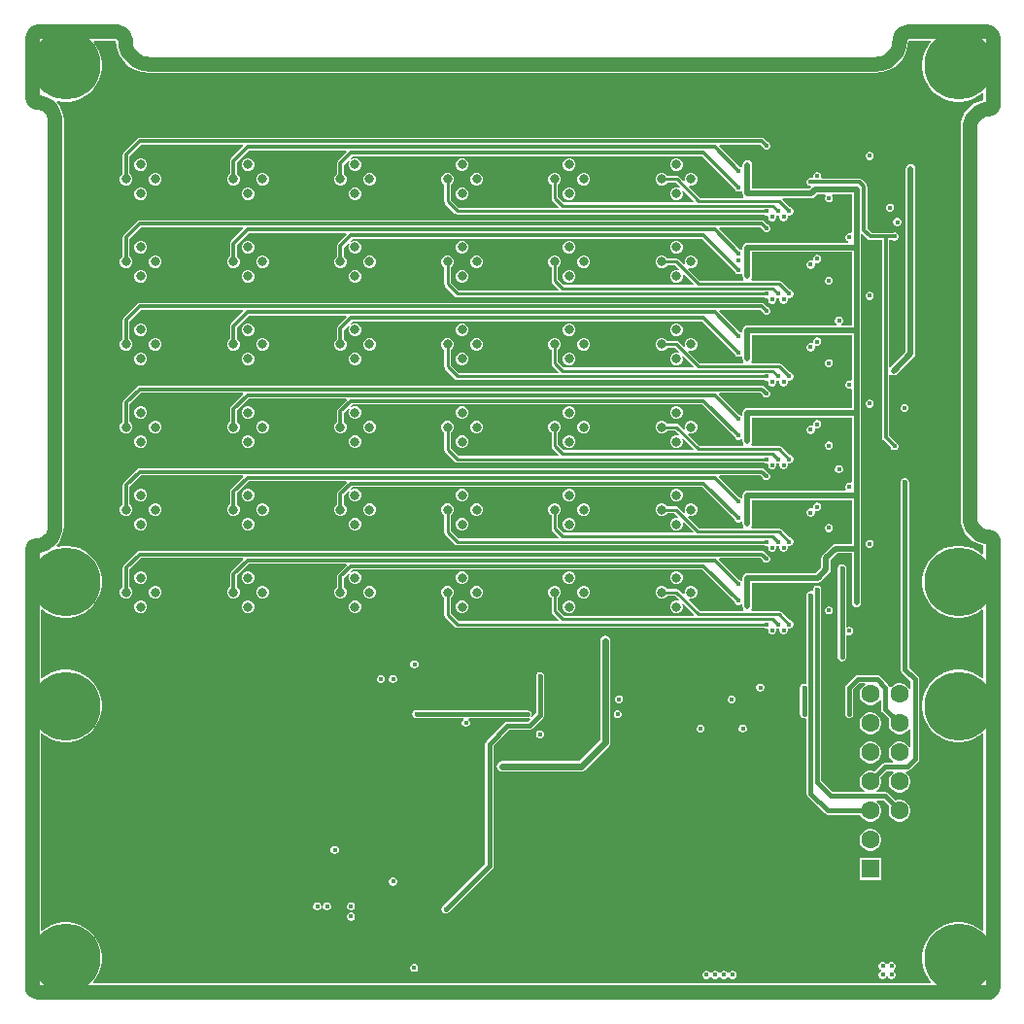
<source format=gbr>
G04*
G04 #@! TF.GenerationSoftware,Altium Limited,Altium Designer,24.1.2 (44)*
G04*
G04 Layer_Physical_Order=1*
G04 Layer_Color=255*
%FSLAX44Y44*%
%MOMM*%
G71*
G04*
G04 #@! TF.SameCoordinates,A1CAFFC3-4532-48F1-AA43-BC187200CDC2*
G04*
G04*
G04 #@! TF.FilePolarity,Positive*
G04*
G01*
G75*
%ADD10C,0.4000*%
%ADD12C,0.2540*%
%ADD13C,1.2700*%
%ADD21C,0.5000*%
%ADD22C,0.6000*%
%ADD23C,0.3000*%
%ADD24C,0.8000*%
%ADD25C,0.4000*%
%ADD26C,1.2000*%
%ADD27C,6.0000*%
%ADD28C,1.6000*%
%ADD29R,1.6000X1.6000*%
G36*
X789839Y834973D02*
X789930Y834462D01*
X787059Y830510D01*
X784808Y826092D01*
X783276Y821376D01*
X782500Y816479D01*
Y811521D01*
X783276Y806624D01*
X784808Y801908D01*
X787059Y797490D01*
X789973Y793479D01*
X793479Y789973D01*
X797490Y787059D01*
X801908Y784808D01*
X806624Y783276D01*
X811521Y782500D01*
X816479D01*
X821376Y783276D01*
X826092Y784808D01*
X830510Y787059D01*
X834462Y789930D01*
X834973Y789839D01*
X835732Y789525D01*
Y783897D01*
X835257Y783850D01*
X830695Y782466D01*
X826491Y780219D01*
X822806Y777195D01*
X819782Y773510D01*
X817535Y769306D01*
X816151Y764744D01*
X815704Y760208D01*
X815704D01*
X815732Y758954D01*
Y682286D01*
Y420000D01*
X815683D01*
X816150Y415256D01*
X817534Y410694D01*
X819781Y406490D01*
X822805Y402805D01*
X826490Y399781D01*
X830694Y397534D01*
X835256Y396150D01*
X835732Y396103D01*
Y388475D01*
X834973Y388161D01*
X834462Y388070D01*
X830510Y390941D01*
X826092Y393192D01*
X821376Y394724D01*
X816479Y395500D01*
X811521D01*
X806624Y394724D01*
X801908Y393192D01*
X797490Y390941D01*
X793479Y388027D01*
X789973Y384521D01*
X787059Y380510D01*
X784808Y376092D01*
X783276Y371376D01*
X782500Y366479D01*
Y361521D01*
X783276Y356624D01*
X784808Y351908D01*
X787059Y347490D01*
X789973Y343479D01*
X793479Y339973D01*
X797490Y337059D01*
X801908Y334808D01*
X806624Y333276D01*
X811521Y332500D01*
X816479D01*
X821376Y333276D01*
X826092Y334808D01*
X830510Y337059D01*
X834462Y339930D01*
X834973Y339839D01*
X835732Y339525D01*
X835732Y280475D01*
X834973Y280161D01*
X834462Y280070D01*
X830510Y282941D01*
X826092Y285192D01*
X821376Y286724D01*
X816479Y287500D01*
X811521D01*
X806624Y286724D01*
X801908Y285192D01*
X797490Y282941D01*
X793479Y280027D01*
X789973Y276521D01*
X787059Y272510D01*
X784808Y268092D01*
X783276Y263376D01*
X782500Y258479D01*
Y253521D01*
X783276Y248624D01*
X784808Y243908D01*
X787059Y239490D01*
X789973Y235479D01*
X793479Y231973D01*
X797490Y229059D01*
X801908Y226808D01*
X806624Y225276D01*
X811521Y224500D01*
X816479D01*
X821376Y225276D01*
X826092Y226808D01*
X830510Y229059D01*
X834462Y231930D01*
X834973Y231839D01*
X835732Y231525D01*
X835732Y60475D01*
X834973Y60161D01*
X834462Y60070D01*
X830510Y62941D01*
X826092Y65192D01*
X821376Y66724D01*
X816479Y67500D01*
X811521D01*
X806624Y66724D01*
X801908Y65192D01*
X797490Y62941D01*
X793479Y60027D01*
X789973Y56521D01*
X787059Y52510D01*
X784808Y48092D01*
X783276Y43376D01*
X782500Y38479D01*
Y33521D01*
X783276Y28624D01*
X784808Y23908D01*
X787059Y19490D01*
X789930Y15538D01*
X789839Y15027D01*
X789525Y14268D01*
X60475Y14268D01*
X60161Y15027D01*
X60070Y15538D01*
X62941Y19490D01*
X65192Y23908D01*
X66724Y28624D01*
X67500Y33521D01*
Y38479D01*
X66724Y43376D01*
X65192Y48092D01*
X62941Y52510D01*
X60027Y56521D01*
X56521Y60027D01*
X52510Y62941D01*
X48092Y65192D01*
X43376Y66724D01*
X38479Y67500D01*
X33521D01*
X28624Y66724D01*
X23908Y65192D01*
X19490Y62941D01*
X15538Y60070D01*
X15027Y60161D01*
X14268Y60475D01*
X14268Y231525D01*
X15027Y231839D01*
X15538Y231930D01*
X19490Y229059D01*
X23908Y226808D01*
X28624Y225276D01*
X33521Y224500D01*
X38479D01*
X43376Y225276D01*
X48092Y226808D01*
X52510Y229059D01*
X56521Y231973D01*
X60027Y235479D01*
X62941Y239490D01*
X65192Y243908D01*
X66724Y248624D01*
X67500Y253521D01*
Y258479D01*
X66724Y263376D01*
X65192Y268092D01*
X62941Y272510D01*
X60027Y276521D01*
X56521Y280027D01*
X52510Y282941D01*
X48092Y285192D01*
X43376Y286724D01*
X38479Y287500D01*
X33521D01*
X28624Y286724D01*
X23908Y285192D01*
X19490Y282941D01*
X15538Y280070D01*
X15027Y280161D01*
X14268Y280475D01*
Y339525D01*
X15027Y339839D01*
X15538Y339930D01*
X19490Y337059D01*
X23908Y334808D01*
X28624Y333276D01*
X33521Y332500D01*
X38479D01*
X43376Y333276D01*
X48092Y334808D01*
X52510Y337059D01*
X56521Y339973D01*
X60027Y343479D01*
X62941Y347490D01*
X65192Y351908D01*
X66724Y356624D01*
X67500Y361521D01*
Y366479D01*
X66724Y371376D01*
X65192Y376092D01*
X62941Y380510D01*
X60027Y384521D01*
X56521Y388027D01*
X52510Y390941D01*
X48092Y393192D01*
X43376Y394724D01*
X38479Y395500D01*
X33521D01*
X28624Y394724D01*
X28344Y394634D01*
X27598Y395727D01*
X30219Y398920D01*
X32466Y403124D01*
X33850Y407686D01*
X34317Y412430D01*
X34268D01*
Y766130D01*
X34317D01*
X33850Y770874D01*
X32466Y775436D01*
X30219Y779640D01*
X28225Y782070D01*
X28394Y782580D01*
X28916Y783229D01*
X33521Y782500D01*
X38479D01*
X43376Y783276D01*
X48092Y784808D01*
X52510Y787059D01*
X56521Y789973D01*
X60027Y793479D01*
X62941Y797490D01*
X65192Y801908D01*
X66724Y806624D01*
X67500Y811521D01*
Y816479D01*
X66724Y821376D01*
X65192Y826092D01*
X62941Y830510D01*
X60070Y834462D01*
X60161Y834973D01*
X60475Y835732D01*
X79734Y835732D01*
X80061Y831575D01*
X81097Y827259D01*
X82796Y823158D01*
X85115Y819373D01*
X87998Y815998D01*
X91373Y813115D01*
X95158Y810796D01*
X99259Y809097D01*
X103575Y808061D01*
X108000Y807713D01*
Y807732D01*
X742000D01*
Y807713D01*
X746425Y808061D01*
X750741Y809097D01*
X754842Y810796D01*
X758627Y813115D01*
X762002Y815998D01*
X764885Y819373D01*
X767204Y823158D01*
X768903Y827259D01*
X769939Y831575D01*
X770266Y835732D01*
X789525D01*
X789839Y834973D01*
D02*
G37*
%LPC*%
G36*
X642820Y751089D02*
X642820Y751089D01*
X100330D01*
X100330Y751089D01*
X99159Y750856D01*
X98167Y750193D01*
X98167Y750193D01*
X86537Y738563D01*
X85874Y737570D01*
X85641Y736400D01*
X85641Y736400D01*
Y719686D01*
X85584Y719663D01*
X84037Y718115D01*
X83200Y716094D01*
Y713906D01*
X84037Y711884D01*
X85584Y710337D01*
X87606Y709500D01*
X89794D01*
X91816Y710337D01*
X93363Y711884D01*
X94200Y713906D01*
Y716094D01*
X93363Y718115D01*
X91816Y719663D01*
X91759Y719686D01*
Y735133D01*
X101597Y744971D01*
X190346D01*
X190832Y743798D01*
X179877Y732843D01*
X179214Y731851D01*
X178981Y730680D01*
X178981Y730680D01*
Y719686D01*
X178925Y719663D01*
X177377Y718115D01*
X176540Y716094D01*
Y713906D01*
X177377Y711884D01*
X178925Y710337D01*
X180946Y709500D01*
X183134D01*
X185156Y710337D01*
X186703Y711884D01*
X187540Y713906D01*
Y716094D01*
X186703Y718115D01*
X185156Y719663D01*
X185099Y719686D01*
Y729413D01*
X195577Y739891D01*
X280516D01*
X281002Y738718D01*
X273217Y730933D01*
X272554Y729940D01*
X272321Y728770D01*
X272321Y728770D01*
Y719686D01*
X272264Y719663D01*
X270717Y718115D01*
X269880Y716094D01*
Y713906D01*
X270717Y711884D01*
X272264Y710337D01*
X274286Y709500D01*
X276474D01*
X278496Y710337D01*
X280043Y711884D01*
X280880Y713906D01*
Y716094D01*
X280043Y718115D01*
X278496Y719663D01*
X278439Y719686D01*
Y727503D01*
X282428Y731492D01*
X283417Y730815D01*
X282580Y728794D01*
Y726606D01*
X283417Y724584D01*
X284965Y723037D01*
X286986Y722200D01*
X289174D01*
X291196Y723037D01*
X292743Y724584D01*
X293580Y726606D01*
Y728794D01*
X292743Y730815D01*
X291196Y732363D01*
X289174Y733200D01*
X286986D01*
X284965Y732363D01*
X284288Y733352D01*
X285747Y734811D01*
X590663D01*
X618892Y706582D01*
X619333Y705517D01*
X620317Y704533D01*
X621604Y704000D01*
X622996D01*
X624283Y704533D01*
X624572Y704822D01*
X625842Y704296D01*
Y702500D01*
X626152Y700939D01*
X626743Y700054D01*
X626169Y698784D01*
X588785D01*
X579243Y708327D01*
X579541Y709082D01*
X579866Y709500D01*
X581894D01*
X583915Y710337D01*
X585463Y711884D01*
X586300Y713906D01*
Y716094D01*
X585463Y718115D01*
X583915Y719663D01*
X581894Y720500D01*
X579706D01*
X577685Y719663D01*
X576137Y718115D01*
X575300Y716094D01*
Y714066D01*
X574882Y713741D01*
X574127Y713443D01*
X570573Y716997D01*
X569656Y717609D01*
X568576Y717824D01*
X568575Y717824D01*
X560183D01*
X560063Y718115D01*
X558516Y719663D01*
X556494Y720500D01*
X554306D01*
X552285Y719663D01*
X550737Y718115D01*
X549900Y716094D01*
Y713906D01*
X550737Y711884D01*
X552285Y710337D01*
X554306Y709500D01*
X556494D01*
X558516Y710337D01*
X560063Y711884D01*
X560183Y712176D01*
X567406D01*
X571264Y708317D01*
X570545Y707240D01*
X569194Y707800D01*
X567006D01*
X564985Y706963D01*
X563437Y705415D01*
X562600Y703394D01*
Y701206D01*
X563437Y699184D01*
X564985Y697637D01*
X567006Y696800D01*
X569194D01*
X571216Y697637D01*
X572763Y699184D01*
X573600Y701206D01*
Y703394D01*
X573040Y704745D01*
X574117Y705464D01*
X583664Y695918D01*
X583178Y694744D01*
X470030D01*
X464884Y699890D01*
Y710217D01*
X465176Y710337D01*
X466723Y711884D01*
X467560Y713906D01*
Y716094D01*
X466723Y718115D01*
X465176Y719663D01*
X463154Y720500D01*
X460966D01*
X458945Y719663D01*
X457397Y718115D01*
X456560Y716094D01*
Y713906D01*
X457397Y711884D01*
X458945Y710337D01*
X459236Y710217D01*
Y698720D01*
X459236Y698720D01*
X459451Y697639D01*
X460063Y696723D01*
X465622Y691164D01*
X465095Y689894D01*
X378360D01*
X371544Y696710D01*
Y710217D01*
X371836Y710337D01*
X373383Y711884D01*
X374220Y713906D01*
Y716094D01*
X373383Y718115D01*
X371836Y719663D01*
X369814Y720500D01*
X367626D01*
X365605Y719663D01*
X364057Y718115D01*
X363220Y716094D01*
Y713906D01*
X364057Y711884D01*
X365605Y710337D01*
X365896Y710217D01*
Y695540D01*
X365896Y695540D01*
X366111Y694459D01*
X366723Y693543D01*
X375193Y685073D01*
X375193Y685073D01*
X376109Y684461D01*
X377190Y684246D01*
X377190Y684246D01*
X644504D01*
X644647Y684103D01*
X645934Y683570D01*
X647121D01*
X647754Y683016D01*
X648130Y682528D01*
Y681294D01*
X648663Y680007D01*
X649647Y679023D01*
X650934Y678490D01*
X652326D01*
X653613Y679023D01*
X654597Y680007D01*
X655130Y681294D01*
Y682528D01*
X655506Y683016D01*
X656139Y683570D01*
X657121D01*
X657754Y683016D01*
X658130Y682528D01*
Y681294D01*
X658663Y680007D01*
X659647Y679023D01*
X660934Y678490D01*
X662326D01*
X663613Y679023D01*
X664597Y680007D01*
X665130Y681294D01*
Y682528D01*
X665506Y683016D01*
X666139Y683570D01*
X667326D01*
X668613Y684103D01*
X669597Y685087D01*
X670130Y686374D01*
Y687766D01*
X669597Y689053D01*
X668613Y690037D01*
X667326Y690570D01*
X667124D01*
X660543Y697152D01*
X661069Y698422D01*
X685990D01*
X685990Y698421D01*
X687551Y698732D01*
X688874Y699616D01*
X691179Y701922D01*
X697807D01*
X698333Y700652D01*
X698072Y700390D01*
X697539Y699104D01*
Y697711D01*
X698072Y696425D01*
X699056Y695440D01*
X700343Y694907D01*
X701735D01*
X703021Y695440D01*
X704006Y696425D01*
X704539Y697711D01*
Y699104D01*
X704006Y700390D01*
X703744Y700652D01*
X704270Y701922D01*
X721092D01*
Y668432D01*
X719822Y667584D01*
X719517Y667710D01*
X718125D01*
X716838Y667177D01*
X715854Y666193D01*
X715321Y664906D01*
Y663514D01*
X715854Y662227D01*
X716838Y661243D01*
X717791Y660848D01*
X717538Y659578D01*
X629920D01*
X628359Y659268D01*
X627036Y658384D01*
X626152Y657061D01*
X625842Y655500D01*
Y653704D01*
X624572Y653178D01*
X624283Y653467D01*
X623217Y653908D01*
X605328Y671798D01*
X605814Y672971D01*
X641553D01*
X643222Y671303D01*
X643663Y670237D01*
X644647Y669253D01*
X645934Y668720D01*
X647326D01*
X648613Y669253D01*
X649597Y670237D01*
X650130Y671524D01*
Y672916D01*
X649597Y674203D01*
X648613Y675187D01*
X647547Y675628D01*
X644983Y678193D01*
X643990Y678856D01*
X642820Y679089D01*
X642820Y679089D01*
X100330D01*
X100330Y679089D01*
X99159Y678856D01*
X98167Y678193D01*
X98167Y678193D01*
X86537Y666563D01*
X85874Y665571D01*
X85641Y664400D01*
X85641Y664400D01*
Y647686D01*
X85584Y647663D01*
X84037Y646115D01*
X83200Y644094D01*
Y641906D01*
X84037Y639884D01*
X85584Y638337D01*
X87606Y637500D01*
X89794D01*
X91816Y638337D01*
X93363Y639884D01*
X94200Y641906D01*
Y644094D01*
X93363Y646115D01*
X91816Y647663D01*
X91759Y647686D01*
Y663133D01*
X101597Y672971D01*
X190346D01*
X190832Y671798D01*
X179877Y660843D01*
X179214Y659850D01*
X178981Y658680D01*
X178981Y658680D01*
Y647686D01*
X178925Y647663D01*
X177377Y646115D01*
X176540Y644094D01*
Y641906D01*
X177377Y639884D01*
X178925Y638337D01*
X180946Y637500D01*
X183134D01*
X185156Y638337D01*
X186703Y639884D01*
X187540Y641906D01*
Y644094D01*
X186703Y646115D01*
X185156Y647663D01*
X185099Y647686D01*
Y657413D01*
X195577Y667891D01*
X280516D01*
X281002Y666718D01*
X273217Y658933D01*
X272554Y657941D01*
X272321Y656770D01*
X272321Y656770D01*
Y647686D01*
X272264Y647663D01*
X270717Y646115D01*
X269880Y644094D01*
Y641906D01*
X270717Y639884D01*
X272264Y638337D01*
X274286Y637500D01*
X276474D01*
X278496Y638337D01*
X280043Y639884D01*
X280880Y641906D01*
Y644094D01*
X280043Y646115D01*
X278496Y647663D01*
X278439Y647686D01*
Y655503D01*
X282428Y659492D01*
X283417Y658815D01*
X282580Y656794D01*
Y654606D01*
X283417Y652584D01*
X284965Y651037D01*
X286986Y650200D01*
X289174D01*
X291196Y651037D01*
X292743Y652584D01*
X293580Y654606D01*
Y656794D01*
X292743Y658815D01*
X291196Y660363D01*
X289174Y661200D01*
X286986D01*
X284965Y660363D01*
X284288Y661352D01*
X285747Y662811D01*
X590663D01*
X618892Y634582D01*
X619333Y633517D01*
X620317Y632533D01*
X621604Y632000D01*
X622996D01*
X624283Y632533D01*
X624572Y632822D01*
X625842Y632296D01*
Y630500D01*
X626152Y628939D01*
X626743Y628054D01*
X626169Y626784D01*
X588261D01*
X578364Y636681D01*
X579084Y637758D01*
X579706Y637500D01*
X581894D01*
X583915Y638337D01*
X585463Y639884D01*
X586300Y641906D01*
Y644094D01*
X585463Y646115D01*
X583915Y647663D01*
X581894Y648500D01*
X579706D01*
X577685Y647663D01*
X576137Y646115D01*
X575300Y644094D01*
Y641906D01*
X575558Y641284D01*
X574481Y640564D01*
X570048Y644997D01*
X569132Y645609D01*
X568051Y645824D01*
X568051Y645824D01*
X560183D01*
X560063Y646115D01*
X558516Y647663D01*
X556494Y648500D01*
X554306D01*
X552285Y647663D01*
X550737Y646115D01*
X549900Y644094D01*
Y641906D01*
X550737Y639884D01*
X552285Y638337D01*
X554306Y637500D01*
X556494D01*
X558516Y638337D01*
X560063Y639884D01*
X560183Y640176D01*
X566881D01*
X570369Y636688D01*
X569650Y635611D01*
X569194Y635800D01*
X567006D01*
X564985Y634963D01*
X563437Y633415D01*
X562600Y631394D01*
Y629206D01*
X563437Y627184D01*
X564985Y625637D01*
X567006Y624800D01*
X569194D01*
X571216Y625637D01*
X572763Y627184D01*
X573600Y629206D01*
Y631394D01*
X573411Y631850D01*
X574488Y632569D01*
X583139Y623918D01*
X582654Y622744D01*
X470030D01*
X464884Y627890D01*
Y638217D01*
X465176Y638337D01*
X466723Y639884D01*
X467560Y641906D01*
Y644094D01*
X466723Y646115D01*
X465176Y647663D01*
X463154Y648500D01*
X460966D01*
X458945Y647663D01*
X457397Y646115D01*
X456560Y644094D01*
Y641906D01*
X457397Y639884D01*
X458945Y638337D01*
X459236Y638217D01*
Y626720D01*
X459236Y626720D01*
X459451Y625639D01*
X460063Y624723D01*
X465622Y619164D01*
X465095Y617894D01*
X378360D01*
X371544Y624710D01*
Y638217D01*
X371836Y638337D01*
X373383Y639884D01*
X374220Y641906D01*
Y644094D01*
X373383Y646115D01*
X371836Y647663D01*
X369814Y648500D01*
X367626D01*
X365605Y647663D01*
X364057Y646115D01*
X363220Y644094D01*
Y641906D01*
X364057Y639884D01*
X365605Y638337D01*
X365896Y638217D01*
Y623540D01*
X365896Y623540D01*
X366111Y622459D01*
X366723Y621543D01*
X375193Y613073D01*
X375193Y613073D01*
X376109Y612461D01*
X377190Y612246D01*
X377190Y612246D01*
X644504D01*
X644647Y612103D01*
X645934Y611570D01*
X647121D01*
X647754Y611016D01*
X648130Y610528D01*
Y609294D01*
X648663Y608007D01*
X649647Y607023D01*
X650934Y606490D01*
X652326D01*
X653613Y607023D01*
X654597Y608007D01*
X655130Y609294D01*
Y610528D01*
X655506Y611016D01*
X656139Y611570D01*
X657121D01*
X657754Y611016D01*
X658130Y610528D01*
Y609294D01*
X658663Y608007D01*
X659647Y607023D01*
X660934Y606490D01*
X662326D01*
X663613Y607023D01*
X664597Y608007D01*
X665130Y609294D01*
Y610528D01*
X665506Y611016D01*
X666139Y611570D01*
X667326D01*
X668613Y612103D01*
X669597Y613087D01*
X670130Y614374D01*
Y615766D01*
X669597Y617053D01*
X668613Y618037D01*
X667326Y618570D01*
X667124D01*
X659737Y625957D01*
X659737Y625957D01*
X658821Y626569D01*
X657740Y626784D01*
X657740Y626784D01*
X633671D01*
X633097Y628054D01*
X633688Y628939D01*
X633998Y630500D01*
Y643000D01*
Y651422D01*
X721092D01*
Y634000D01*
Y587578D01*
X712154D01*
X711902Y588848D01*
X711913Y588853D01*
X712897Y589837D01*
X713430Y591124D01*
Y592516D01*
X712897Y593803D01*
X711913Y594787D01*
X710626Y595320D01*
X709234D01*
X707947Y594787D01*
X706963Y593803D01*
X706430Y592516D01*
Y591124D01*
X706963Y589837D01*
X707947Y588853D01*
X707958Y588848D01*
X707706Y587578D01*
X629920D01*
X628359Y587268D01*
X627036Y586384D01*
X626152Y585061D01*
X625842Y583500D01*
Y581704D01*
X624572Y581178D01*
X624283Y581467D01*
X623217Y581908D01*
X605328Y599798D01*
X605814Y600971D01*
X641553D01*
X643222Y599303D01*
X643663Y598237D01*
X644647Y597253D01*
X645934Y596720D01*
X647326D01*
X648613Y597253D01*
X649597Y598237D01*
X650130Y599524D01*
Y600916D01*
X649597Y602203D01*
X648613Y603187D01*
X647547Y603628D01*
X644983Y606193D01*
X643990Y606856D01*
X642820Y607089D01*
X642820Y607089D01*
X100330D01*
X100330Y607089D01*
X99159Y606856D01*
X98167Y606193D01*
X98167Y606193D01*
X86537Y594563D01*
X85874Y593571D01*
X85641Y592400D01*
X85641Y592400D01*
Y575686D01*
X85584Y575663D01*
X84037Y574115D01*
X83200Y572094D01*
Y569906D01*
X84037Y567884D01*
X85584Y566337D01*
X87606Y565500D01*
X89794D01*
X91816Y566337D01*
X93363Y567884D01*
X94200Y569906D01*
Y572094D01*
X93363Y574115D01*
X91816Y575663D01*
X91759Y575686D01*
Y591133D01*
X101597Y600971D01*
X190346D01*
X190832Y599798D01*
X179877Y588843D01*
X179214Y587851D01*
X178981Y586680D01*
X178981Y586680D01*
Y575686D01*
X178925Y575663D01*
X177377Y574115D01*
X176540Y572094D01*
Y569906D01*
X177377Y567884D01*
X178925Y566337D01*
X180946Y565500D01*
X183134D01*
X185156Y566337D01*
X186703Y567884D01*
X187540Y569906D01*
Y572094D01*
X186703Y574115D01*
X185156Y575663D01*
X185099Y575686D01*
Y585413D01*
X195577Y595891D01*
X280516D01*
X281002Y594718D01*
X273217Y586933D01*
X272554Y585941D01*
X272321Y584770D01*
X272321Y584770D01*
Y575686D01*
X272264Y575663D01*
X270717Y574115D01*
X269880Y572094D01*
Y569906D01*
X270717Y567884D01*
X272264Y566337D01*
X274286Y565500D01*
X276474D01*
X278496Y566337D01*
X280043Y567884D01*
X280880Y569906D01*
Y572094D01*
X280043Y574115D01*
X278496Y575663D01*
X278439Y575686D01*
Y583503D01*
X282428Y587492D01*
X283417Y586815D01*
X282580Y584794D01*
Y582606D01*
X283417Y580584D01*
X284965Y579037D01*
X286986Y578200D01*
X289174D01*
X291196Y579037D01*
X292743Y580584D01*
X293580Y582606D01*
Y584794D01*
X292743Y586815D01*
X291196Y588363D01*
X289174Y589200D01*
X286986D01*
X284965Y588363D01*
X284288Y589352D01*
X285747Y590811D01*
X590663D01*
X618892Y562583D01*
X619333Y561517D01*
X620317Y560533D01*
X621604Y560000D01*
X622996D01*
X624283Y560533D01*
X624572Y560822D01*
X625842Y560296D01*
Y558500D01*
X626152Y556939D01*
X626743Y556054D01*
X626169Y554784D01*
X588400D01*
X578601Y564583D01*
X579321Y565660D01*
X579706Y565500D01*
X581894D01*
X583915Y566337D01*
X585463Y567884D01*
X586300Y569906D01*
Y572094D01*
X585463Y574115D01*
X583915Y575663D01*
X581894Y576500D01*
X579706D01*
X577685Y575663D01*
X576137Y574115D01*
X575300Y572094D01*
Y569906D01*
X575460Y569521D01*
X574383Y568801D01*
X570187Y572997D01*
X569271Y573609D01*
X568190Y573824D01*
X568190Y573824D01*
X560183D01*
X560063Y574115D01*
X558516Y575663D01*
X556494Y576500D01*
X554306D01*
X552285Y575663D01*
X550737Y574115D01*
X549900Y572094D01*
Y569906D01*
X550737Y567884D01*
X552285Y566337D01*
X554306Y565500D01*
X556494D01*
X558516Y566337D01*
X560063Y567884D01*
X560183Y568176D01*
X567020D01*
X570606Y564590D01*
X569887Y563513D01*
X569194Y563800D01*
X567006D01*
X564985Y562963D01*
X563437Y561415D01*
X562600Y559394D01*
Y557206D01*
X563437Y555185D01*
X564985Y553637D01*
X567006Y552800D01*
X569194D01*
X571216Y553637D01*
X572763Y555185D01*
X573600Y557206D01*
Y559394D01*
X573313Y560087D01*
X574390Y560806D01*
X583278Y551918D01*
X582792Y550744D01*
X470030D01*
X464884Y555890D01*
Y566217D01*
X465176Y566337D01*
X466723Y567884D01*
X467560Y569906D01*
Y572094D01*
X466723Y574115D01*
X465176Y575663D01*
X463154Y576500D01*
X460966D01*
X458945Y575663D01*
X457397Y574115D01*
X456560Y572094D01*
Y569906D01*
X457397Y567884D01*
X458945Y566337D01*
X459236Y566217D01*
Y554720D01*
X459236Y554720D01*
X459451Y553639D01*
X460063Y552723D01*
X465622Y547164D01*
X465095Y545894D01*
X378360D01*
X371544Y552710D01*
Y566217D01*
X371836Y566337D01*
X373383Y567884D01*
X374220Y569906D01*
Y572094D01*
X373383Y574115D01*
X371836Y575663D01*
X369814Y576500D01*
X367626D01*
X365605Y575663D01*
X364057Y574115D01*
X363220Y572094D01*
Y569906D01*
X364057Y567884D01*
X365605Y566337D01*
X365896Y566217D01*
Y551540D01*
X365896Y551540D01*
X366111Y550459D01*
X366723Y549543D01*
X375193Y541073D01*
X375193Y541073D01*
X376109Y540461D01*
X377190Y540246D01*
X377190Y540246D01*
X644504D01*
X644647Y540103D01*
X645934Y539570D01*
X647121D01*
X647754Y539016D01*
X648130Y538528D01*
Y537294D01*
X648663Y536007D01*
X649647Y535023D01*
X650934Y534490D01*
X652326D01*
X653613Y535023D01*
X654597Y536007D01*
X655130Y537294D01*
Y538528D01*
X655506Y539016D01*
X656139Y539570D01*
X657121D01*
X657754Y539016D01*
X658130Y538528D01*
Y537294D01*
X658663Y536007D01*
X659647Y535023D01*
X660934Y534490D01*
X662326D01*
X663613Y535023D01*
X664597Y536007D01*
X665130Y537294D01*
Y538528D01*
X665506Y539016D01*
X666139Y539570D01*
X667326D01*
X668613Y540103D01*
X669597Y541087D01*
X670130Y542374D01*
Y543766D01*
X669597Y545053D01*
X668613Y546037D01*
X667326Y546570D01*
X667124D01*
X659737Y553957D01*
X659737Y553957D01*
X658821Y554569D01*
X657740Y554784D01*
X657740Y554784D01*
X633671D01*
X633097Y556054D01*
X633688Y556939D01*
X633998Y558500D01*
Y571000D01*
Y579422D01*
X721092D01*
Y562000D01*
Y540162D01*
X719822Y539314D01*
X719517Y539440D01*
X718125D01*
X716838Y538907D01*
X715854Y537923D01*
X715321Y536636D01*
Y535244D01*
X715854Y533957D01*
X716838Y532973D01*
X718125Y532440D01*
X719517D01*
X719822Y532566D01*
X721092Y531718D01*
Y515578D01*
X629920D01*
X628359Y515268D01*
X627036Y514384D01*
X626152Y513061D01*
X625842Y511500D01*
Y509704D01*
X624572Y509178D01*
X624283Y509467D01*
X623217Y509908D01*
X605328Y527798D01*
X605814Y528971D01*
X641553D01*
X643222Y527303D01*
X643663Y526237D01*
X644647Y525253D01*
X645934Y524720D01*
X647326D01*
X648613Y525253D01*
X649597Y526237D01*
X650130Y527524D01*
Y528916D01*
X649597Y530203D01*
X648613Y531187D01*
X647547Y531628D01*
X644983Y534193D01*
X643990Y534856D01*
X642820Y535089D01*
X642820Y535089D01*
X100330D01*
X100330Y535089D01*
X99159Y534856D01*
X98167Y534193D01*
X98167Y534193D01*
X86537Y522563D01*
X85874Y521571D01*
X85641Y520400D01*
X85641Y520400D01*
Y503686D01*
X85584Y503663D01*
X84037Y502116D01*
X83200Y500094D01*
Y497906D01*
X84037Y495885D01*
X85584Y494337D01*
X87606Y493500D01*
X89794D01*
X91816Y494337D01*
X93363Y495885D01*
X94200Y497906D01*
Y500094D01*
X93363Y502116D01*
X91816Y503663D01*
X91759Y503686D01*
Y519133D01*
X101597Y528971D01*
X190346D01*
X190832Y527798D01*
X179877Y516843D01*
X179214Y515851D01*
X178981Y514680D01*
X178981Y514680D01*
Y503686D01*
X178925Y503663D01*
X177377Y502116D01*
X176540Y500094D01*
Y497906D01*
X177377Y495885D01*
X178925Y494337D01*
X180946Y493500D01*
X183134D01*
X185156Y494337D01*
X186703Y495885D01*
X187540Y497906D01*
Y500094D01*
X186703Y502116D01*
X185156Y503663D01*
X185099Y503686D01*
Y513413D01*
X195577Y523891D01*
X280516D01*
X281002Y522718D01*
X273217Y514933D01*
X272554Y513941D01*
X272321Y512770D01*
X272321Y512770D01*
Y503686D01*
X272264Y503663D01*
X270717Y502116D01*
X269880Y500094D01*
Y497906D01*
X270717Y495885D01*
X272264Y494337D01*
X274286Y493500D01*
X276474D01*
X278496Y494337D01*
X280043Y495885D01*
X280880Y497906D01*
Y500094D01*
X280043Y502116D01*
X278496Y503663D01*
X278439Y503686D01*
Y511503D01*
X282428Y515492D01*
X283417Y514815D01*
X282580Y512794D01*
Y510606D01*
X283417Y508585D01*
X284965Y507037D01*
X286986Y506200D01*
X289174D01*
X291196Y507037D01*
X292743Y508585D01*
X293580Y510606D01*
Y512794D01*
X292743Y514815D01*
X291196Y516363D01*
X289174Y517200D01*
X286986D01*
X284965Y516363D01*
X284288Y517352D01*
X285747Y518811D01*
X590663D01*
X618892Y490583D01*
X619333Y489517D01*
X620317Y488533D01*
X621604Y488000D01*
X622996D01*
X624283Y488533D01*
X624572Y488822D01*
X625842Y488296D01*
Y486500D01*
X626152Y484939D01*
X626743Y484054D01*
X626169Y482784D01*
X588367D01*
X578545Y492606D01*
X579265Y493683D01*
X579706Y493500D01*
X581894D01*
X583915Y494337D01*
X585463Y495885D01*
X586300Y497906D01*
Y500094D01*
X585463Y502116D01*
X583915Y503663D01*
X581894Y504500D01*
X579706D01*
X577685Y503663D01*
X576137Y502116D01*
X575300Y500094D01*
Y497906D01*
X575483Y497465D01*
X574406Y496745D01*
X570154Y500997D01*
X569238Y501609D01*
X568157Y501824D01*
X568157Y501824D01*
X560183D01*
X560063Y502116D01*
X558516Y503663D01*
X556494Y504500D01*
X554306D01*
X552285Y503663D01*
X550737Y502116D01*
X549900Y500094D01*
Y497906D01*
X550737Y495885D01*
X552285Y494337D01*
X554306Y493500D01*
X556494D01*
X558516Y494337D01*
X560063Y495885D01*
X560183Y496176D01*
X566987D01*
X570550Y492613D01*
X569831Y491536D01*
X569194Y491800D01*
X567006D01*
X564985Y490963D01*
X563437Y489416D01*
X562600Y487394D01*
Y485206D01*
X563437Y483185D01*
X564985Y481637D01*
X567006Y480800D01*
X569194D01*
X571216Y481637D01*
X572763Y483185D01*
X573600Y485206D01*
Y487394D01*
X573336Y488031D01*
X574413Y488750D01*
X583245Y479918D01*
X582759Y478744D01*
X470030D01*
X464884Y483890D01*
Y494217D01*
X465176Y494337D01*
X466723Y495885D01*
X467560Y497906D01*
Y500094D01*
X466723Y502116D01*
X465176Y503663D01*
X463154Y504500D01*
X460966D01*
X458945Y503663D01*
X457397Y502116D01*
X456560Y500094D01*
Y497906D01*
X457397Y495885D01*
X458945Y494337D01*
X459236Y494217D01*
Y482720D01*
X459236Y482720D01*
X459451Y481639D01*
X460063Y480723D01*
X465622Y475164D01*
X465095Y473894D01*
X378360D01*
X371544Y480710D01*
Y494217D01*
X371836Y494337D01*
X373383Y495885D01*
X374220Y497906D01*
Y500094D01*
X373383Y502116D01*
X371836Y503663D01*
X369814Y504500D01*
X367626D01*
X365605Y503663D01*
X364057Y502116D01*
X363220Y500094D01*
Y497906D01*
X364057Y495885D01*
X365605Y494337D01*
X365896Y494217D01*
Y479540D01*
X365896Y479540D01*
X366111Y478459D01*
X366723Y477543D01*
X375193Y469073D01*
X375193Y469073D01*
X376109Y468461D01*
X377190Y468246D01*
X377190Y468246D01*
X644504D01*
X644647Y468103D01*
X645934Y467570D01*
X647121D01*
X647754Y467016D01*
X648130Y466528D01*
Y465294D01*
X648663Y464007D01*
X649647Y463023D01*
X650934Y462490D01*
X652326D01*
X653613Y463023D01*
X654597Y464007D01*
X655130Y465294D01*
Y466528D01*
X655506Y467016D01*
X656139Y467570D01*
X657121D01*
X657754Y467016D01*
X658130Y466528D01*
Y465294D01*
X658663Y464007D01*
X659647Y463023D01*
X660934Y462490D01*
X662326D01*
X663613Y463023D01*
X664597Y464007D01*
X665130Y465294D01*
Y466528D01*
X665506Y467016D01*
X666139Y467570D01*
X667326D01*
X668613Y468103D01*
X669597Y469087D01*
X670130Y470374D01*
Y471766D01*
X669597Y473053D01*
X668613Y474037D01*
X667326Y474570D01*
X667124D01*
X659737Y481957D01*
X659737Y481957D01*
X658821Y482569D01*
X657740Y482784D01*
X657740Y482784D01*
X633671D01*
X633097Y484054D01*
X633688Y484939D01*
X633998Y486500D01*
Y499000D01*
Y507422D01*
X721092D01*
Y490000D01*
Y451262D01*
X719822Y450414D01*
X719516Y450540D01*
X718124D01*
X716837Y450007D01*
X715853Y449023D01*
X715320Y447736D01*
Y446344D01*
X715853Y445057D01*
X716062Y444848D01*
X715536Y443578D01*
X629920D01*
X628359Y443268D01*
X627036Y442384D01*
X626152Y441061D01*
X625842Y439500D01*
Y437704D01*
X624572Y437178D01*
X624283Y437467D01*
X623217Y437908D01*
X605328Y455798D01*
X605814Y456971D01*
X641553D01*
X643222Y455303D01*
X643663Y454238D01*
X644647Y453253D01*
X645934Y452720D01*
X647326D01*
X648613Y453253D01*
X649597Y454238D01*
X650130Y455524D01*
Y456916D01*
X649597Y458203D01*
X648613Y459187D01*
X647547Y459628D01*
X644983Y462193D01*
X643990Y462856D01*
X642820Y463089D01*
X642820Y463089D01*
X100330D01*
X100330Y463089D01*
X99159Y462856D01*
X98167Y462193D01*
X98167Y462193D01*
X86537Y450563D01*
X85874Y449571D01*
X85641Y448400D01*
X85641Y448400D01*
Y431686D01*
X85584Y431663D01*
X84037Y430116D01*
X83200Y428094D01*
Y425906D01*
X84037Y423885D01*
X85584Y422337D01*
X87606Y421500D01*
X89794D01*
X91816Y422337D01*
X93363Y423885D01*
X94200Y425906D01*
Y428094D01*
X93363Y430116D01*
X91816Y431663D01*
X91759Y431686D01*
Y447133D01*
X101597Y456971D01*
X190346D01*
X190832Y455798D01*
X179877Y444843D01*
X179214Y443851D01*
X178981Y442680D01*
X178981Y442680D01*
Y431686D01*
X178925Y431663D01*
X177377Y430116D01*
X176540Y428094D01*
Y425906D01*
X177377Y423885D01*
X178925Y422337D01*
X180946Y421500D01*
X183134D01*
X185156Y422337D01*
X186703Y423885D01*
X187540Y425906D01*
Y428094D01*
X186703Y430116D01*
X185156Y431663D01*
X185099Y431686D01*
Y441413D01*
X195577Y451891D01*
X280516D01*
X281002Y450718D01*
X273217Y442933D01*
X272554Y441941D01*
X272321Y440770D01*
X272321Y440770D01*
Y431686D01*
X272264Y431663D01*
X270717Y430116D01*
X269880Y428094D01*
Y425906D01*
X270717Y423885D01*
X272264Y422337D01*
X274286Y421500D01*
X276474D01*
X278496Y422337D01*
X280043Y423885D01*
X280880Y425906D01*
Y428094D01*
X280043Y430116D01*
X278496Y431663D01*
X278439Y431686D01*
Y439503D01*
X282428Y443492D01*
X283417Y442815D01*
X282580Y440794D01*
Y438606D01*
X283417Y436585D01*
X284965Y435037D01*
X286986Y434200D01*
X289174D01*
X291196Y435037D01*
X292743Y436585D01*
X293580Y438606D01*
Y440794D01*
X292743Y442816D01*
X291196Y444363D01*
X289174Y445200D01*
X286986D01*
X284965Y444363D01*
X284288Y445353D01*
X285747Y446811D01*
X590663D01*
X618892Y418583D01*
X619333Y417517D01*
X620317Y416533D01*
X621604Y416000D01*
X622996D01*
X624283Y416533D01*
X624572Y416822D01*
X625842Y416296D01*
Y414500D01*
X626152Y412939D01*
X626743Y412054D01*
X626169Y410784D01*
X588102D01*
X578094Y420793D01*
X578813Y421870D01*
X579706Y421500D01*
X581894D01*
X583915Y422337D01*
X585463Y423885D01*
X586300Y425906D01*
Y428094D01*
X585463Y430116D01*
X583915Y431663D01*
X581894Y432500D01*
X579706D01*
X577685Y431663D01*
X576137Y430116D01*
X575300Y428094D01*
Y425906D01*
X575670Y425013D01*
X574593Y424294D01*
X569890Y428997D01*
X568974Y429609D01*
X567893Y429824D01*
X567893Y429824D01*
X560183D01*
X560063Y430116D01*
X558516Y431663D01*
X556494Y432500D01*
X554306D01*
X552285Y431663D01*
X550737Y430116D01*
X549900Y428094D01*
Y425906D01*
X550737Y423885D01*
X552285Y422337D01*
X554306Y421500D01*
X556494D01*
X558516Y422337D01*
X560063Y423885D01*
X560183Y424176D01*
X566723D01*
X570099Y420800D01*
X569379Y419723D01*
X569194Y419800D01*
X567006D01*
X564985Y418963D01*
X563437Y417416D01*
X562600Y415394D01*
Y413206D01*
X563437Y411185D01*
X564985Y409637D01*
X567006Y408800D01*
X569194D01*
X571216Y409637D01*
X572763Y411185D01*
X573600Y413206D01*
Y415394D01*
X573523Y415579D01*
X574600Y416299D01*
X582981Y407918D01*
X582495Y406744D01*
X470030D01*
X464884Y411890D01*
Y422217D01*
X465176Y422337D01*
X466723Y423885D01*
X467560Y425906D01*
Y428094D01*
X466723Y430116D01*
X465176Y431663D01*
X463154Y432500D01*
X460966D01*
X458945Y431663D01*
X457397Y430116D01*
X456560Y428094D01*
Y425906D01*
X457397Y423885D01*
X458945Y422337D01*
X459236Y422217D01*
Y410720D01*
X459236Y410720D01*
X459451Y409639D01*
X460063Y408723D01*
X465622Y403164D01*
X465095Y401894D01*
X378360D01*
X371544Y408710D01*
Y422217D01*
X371836Y422337D01*
X373383Y423885D01*
X374220Y425906D01*
Y428094D01*
X373383Y430116D01*
X371836Y431663D01*
X369814Y432500D01*
X367626D01*
X365605Y431663D01*
X364057Y430116D01*
X363220Y428094D01*
Y425906D01*
X364057Y423885D01*
X365605Y422337D01*
X365896Y422217D01*
Y407540D01*
X365896Y407540D01*
X366111Y406459D01*
X366723Y405543D01*
X375193Y397073D01*
X375193Y397073D01*
X376109Y396461D01*
X377190Y396246D01*
X377190Y396246D01*
X644504D01*
X644647Y396103D01*
X645934Y395570D01*
X647121D01*
X647754Y395016D01*
X648130Y394528D01*
Y393294D01*
X648663Y392007D01*
X649647Y391023D01*
X650934Y390490D01*
X652326D01*
X653613Y391023D01*
X654597Y392007D01*
X655130Y393294D01*
Y394528D01*
X655506Y395016D01*
X656139Y395570D01*
X657121D01*
X657754Y395016D01*
X658130Y394528D01*
Y393294D01*
X658663Y392007D01*
X659647Y391023D01*
X660934Y390490D01*
X662326D01*
X663613Y391023D01*
X664597Y392007D01*
X665130Y393294D01*
Y394528D01*
X665506Y395016D01*
X666139Y395570D01*
X667326D01*
X668613Y396103D01*
X669597Y397088D01*
X670130Y398374D01*
Y399766D01*
X669597Y401053D01*
X668613Y402037D01*
X667326Y402570D01*
X667124D01*
X659737Y409957D01*
X659737Y409957D01*
X658821Y410569D01*
X657740Y410784D01*
X657740Y410784D01*
X633671D01*
X633097Y412054D01*
X633688Y412939D01*
X633998Y414500D01*
Y427000D01*
Y435422D01*
X721092D01*
Y418000D01*
Y397228D01*
X706840D01*
X705279Y396918D01*
X703956Y396034D01*
X703956Y396034D01*
X695616Y387694D01*
X694732Y386371D01*
X694422Y384810D01*
X694422Y384810D01*
Y376339D01*
X689661Y371578D01*
X629920D01*
X628359Y371268D01*
X627036Y370384D01*
X626152Y369061D01*
X625842Y367500D01*
Y365704D01*
X624572Y365178D01*
X624283Y365467D01*
X623217Y365908D01*
X605328Y383798D01*
X605814Y384971D01*
X641553D01*
X643222Y383303D01*
X643663Y382238D01*
X644647Y381253D01*
X645934Y380720D01*
X647326D01*
X648613Y381253D01*
X649597Y382238D01*
X650130Y383524D01*
Y384916D01*
X649597Y386203D01*
X648613Y387187D01*
X647547Y387628D01*
X644983Y390193D01*
X643990Y390856D01*
X642820Y391089D01*
X642820Y391089D01*
X100330D01*
X100330Y391089D01*
X99159Y390856D01*
X98167Y390193D01*
X98167Y390193D01*
X86537Y378563D01*
X85874Y377571D01*
X85641Y376400D01*
X85641Y376400D01*
Y359686D01*
X85584Y359663D01*
X84037Y358116D01*
X83200Y356094D01*
Y353906D01*
X84037Y351884D01*
X85584Y350337D01*
X87606Y349500D01*
X89794D01*
X91816Y350337D01*
X93363Y351884D01*
X94200Y353906D01*
Y356094D01*
X93363Y358116D01*
X91816Y359663D01*
X91759Y359686D01*
Y375133D01*
X101597Y384971D01*
X190346D01*
X190832Y383798D01*
X179877Y372843D01*
X179214Y371851D01*
X178981Y370680D01*
X178981Y370680D01*
Y359686D01*
X178925Y359663D01*
X177377Y358116D01*
X176540Y356094D01*
Y353906D01*
X177377Y351884D01*
X178925Y350337D01*
X180946Y349500D01*
X183134D01*
X185156Y350337D01*
X186703Y351884D01*
X187540Y353906D01*
Y356094D01*
X186703Y358116D01*
X185156Y359663D01*
X185099Y359686D01*
Y369413D01*
X195577Y379891D01*
X280516D01*
X281002Y378718D01*
X273217Y370933D01*
X272554Y369941D01*
X272321Y368770D01*
X272321Y368770D01*
Y359686D01*
X272264Y359663D01*
X270717Y358116D01*
X269880Y356094D01*
Y353906D01*
X270717Y351884D01*
X272264Y350337D01*
X274286Y349500D01*
X276474D01*
X278496Y350337D01*
X280043Y351884D01*
X280880Y353906D01*
Y356094D01*
X280043Y358116D01*
X278496Y359663D01*
X278439Y359686D01*
Y367503D01*
X282428Y371492D01*
X283417Y370816D01*
X282580Y368794D01*
Y366606D01*
X283417Y364585D01*
X284965Y363037D01*
X286986Y362200D01*
X289174D01*
X291196Y363037D01*
X292743Y364585D01*
X293580Y366606D01*
Y368794D01*
X292743Y370816D01*
X291196Y372363D01*
X289174Y373200D01*
X286986D01*
X284965Y372363D01*
X284288Y373353D01*
X285747Y374811D01*
X590663D01*
X618892Y346583D01*
X619333Y345517D01*
X620317Y344533D01*
X621604Y344000D01*
X622996D01*
X624283Y344533D01*
X624572Y344822D01*
X625842Y344296D01*
Y342500D01*
X626152Y340939D01*
X626743Y340054D01*
X626169Y338784D01*
X588500D01*
X578772Y348512D01*
X579491Y349589D01*
X579706Y349500D01*
X581894D01*
X583915Y350337D01*
X585463Y351884D01*
X586300Y353906D01*
Y356094D01*
X585463Y358116D01*
X583915Y359663D01*
X581894Y360500D01*
X579706D01*
X577685Y359663D01*
X576137Y358116D01*
X575300Y356094D01*
Y353906D01*
X575389Y353691D01*
X574312Y352972D01*
X570287Y356997D01*
X569371Y357609D01*
X568290Y357824D01*
X568290Y357824D01*
X560183D01*
X560063Y358116D01*
X558516Y359663D01*
X556494Y360500D01*
X554306D01*
X552285Y359663D01*
X550737Y358116D01*
X549900Y356094D01*
Y353906D01*
X550737Y351884D01*
X552285Y350337D01*
X554306Y349500D01*
X556494D01*
X558516Y350337D01*
X560063Y351884D01*
X560183Y352176D01*
X567120D01*
X570777Y348519D01*
X570057Y347442D01*
X569194Y347800D01*
X567006D01*
X564985Y346963D01*
X563437Y345415D01*
X562600Y343394D01*
Y341206D01*
X563437Y339184D01*
X564985Y337637D01*
X567006Y336800D01*
X569194D01*
X571216Y337637D01*
X572763Y339184D01*
X573600Y341206D01*
Y343394D01*
X573242Y344258D01*
X574319Y344977D01*
X583378Y335918D01*
X582892Y334744D01*
X470030D01*
X464884Y339890D01*
Y350217D01*
X465176Y350337D01*
X466723Y351884D01*
X467560Y353906D01*
Y356094D01*
X466723Y358116D01*
X465176Y359663D01*
X463154Y360500D01*
X460966D01*
X458945Y359663D01*
X457397Y358116D01*
X456560Y356094D01*
Y353906D01*
X457397Y351884D01*
X458945Y350337D01*
X459236Y350217D01*
Y338720D01*
X459236Y338720D01*
X459451Y337639D01*
X460063Y336723D01*
X465622Y331164D01*
X465095Y329894D01*
X378360D01*
X371544Y336710D01*
Y350217D01*
X371836Y350337D01*
X373383Y351884D01*
X374220Y353906D01*
Y356094D01*
X373383Y358116D01*
X371836Y359663D01*
X369814Y360500D01*
X367626D01*
X365605Y359663D01*
X364057Y358116D01*
X363220Y356094D01*
Y353906D01*
X364057Y351884D01*
X365605Y350337D01*
X365896Y350217D01*
Y335540D01*
X365896Y335540D01*
X366111Y334459D01*
X366723Y333543D01*
X375193Y325073D01*
X375193Y325073D01*
X376109Y324461D01*
X377190Y324246D01*
X377190Y324246D01*
X644504D01*
X644647Y324103D01*
X645934Y323570D01*
X647121D01*
X647754Y323016D01*
X648130Y322528D01*
Y321294D01*
X648663Y320008D01*
X649647Y319023D01*
X650934Y318490D01*
X652326D01*
X653613Y319023D01*
X654597Y320008D01*
X655130Y321294D01*
Y322528D01*
X655506Y323016D01*
X656139Y323570D01*
X657121D01*
X657754Y323016D01*
X658130Y322528D01*
Y321294D01*
X658663Y320008D01*
X659647Y319023D01*
X660934Y318490D01*
X662326D01*
X663613Y319023D01*
X664597Y320008D01*
X665130Y321294D01*
Y322528D01*
X665506Y323016D01*
X666139Y323570D01*
X667326D01*
X668613Y324103D01*
X669597Y325088D01*
X670130Y326374D01*
Y327766D01*
X669597Y329053D01*
X668613Y330037D01*
X667326Y330570D01*
X667124D01*
X659737Y337957D01*
X659737Y337957D01*
X658821Y338569D01*
X657740Y338784D01*
X657740Y338784D01*
X633671D01*
X633097Y340054D01*
X633688Y340939D01*
X633998Y342500D01*
Y355000D01*
Y363422D01*
X691350D01*
X691350Y363422D01*
X692911Y363732D01*
X694234Y364616D01*
X701384Y371766D01*
X701384Y371766D01*
X702268Y373089D01*
X702578Y374650D01*
Y383121D01*
X708529Y389072D01*
X721092D01*
Y368300D01*
Y346000D01*
X721402Y344439D01*
X722286Y343116D01*
X723609Y342232D01*
X725170Y341922D01*
X726731Y342232D01*
X728054Y343116D01*
X728938Y344439D01*
X729248Y346000D01*
Y368300D01*
Y393150D01*
Y418000D01*
Y439420D01*
Y490000D01*
Y511810D01*
X729248Y511810D01*
X729248Y511810D01*
Y562000D01*
Y584200D01*
Y634000D01*
Y656590D01*
Y666710D01*
X730518Y667236D01*
X734837Y662917D01*
X734837Y662917D01*
X735829Y662254D01*
X737000Y662021D01*
X737000Y662021D01*
X747511D01*
Y489983D01*
X747511Y489983D01*
X747744Y488813D01*
X748407Y487820D01*
X754782Y481446D01*
X755223Y480381D01*
X756207Y479396D01*
X757494Y478863D01*
X758886D01*
X760173Y479396D01*
X761157Y480381D01*
X761690Y481667D01*
Y483060D01*
X761157Y484346D01*
X760173Y485331D01*
X759107Y485772D01*
X753629Y491250D01*
Y544458D01*
X754131Y544781D01*
X754899Y545011D01*
X756019Y544262D01*
X757580Y543952D01*
X759141Y544262D01*
X760464Y545146D01*
X775044Y559726D01*
X775928Y561049D01*
X776238Y562610D01*
X776238Y562610D01*
Y723900D01*
X775928Y725461D01*
X775044Y726784D01*
X773721Y727668D01*
X772160Y727978D01*
X770599Y727668D01*
X769276Y726784D01*
X768392Y725461D01*
X768082Y723900D01*
Y564299D01*
X754899Y551116D01*
X754104Y551296D01*
X753629Y551602D01*
Y662021D01*
X756429D01*
X757494Y661580D01*
X758886D01*
X760173Y662113D01*
X761157Y663097D01*
X761690Y664384D01*
Y665776D01*
X761157Y667063D01*
X760173Y668047D01*
X758886Y668580D01*
X757494D01*
X756429Y668139D01*
X738267D01*
X734579Y671827D01*
Y708660D01*
X734579Y708660D01*
X734346Y709830D01*
X733683Y710823D01*
X729843Y714663D01*
X728851Y715326D01*
X727680Y715559D01*
X727680Y715559D01*
X695007D01*
X694302Y716615D01*
X694380Y716804D01*
Y718196D01*
X693847Y719482D01*
X692863Y720467D01*
X691576Y721000D01*
X690184D01*
X688897Y720467D01*
X687913Y719482D01*
X687380Y718196D01*
Y716804D01*
X687402Y716751D01*
X686430Y715779D01*
X685896Y716000D01*
X684504D01*
X683218Y715467D01*
X682233Y714482D01*
X681700Y713196D01*
Y711804D01*
X682233Y710517D01*
X683218Y709533D01*
X684504Y709000D01*
X684926D01*
X685452Y707730D01*
X684301Y706578D01*
X633998D01*
Y715000D01*
Y727500D01*
X633688Y729061D01*
X632804Y730384D01*
X631481Y731268D01*
X629920Y731578D01*
X628359Y731268D01*
X627036Y730384D01*
X626152Y729061D01*
X625842Y727500D01*
Y725704D01*
X624572Y725178D01*
X624283Y725467D01*
X623217Y725908D01*
X605328Y743798D01*
X605814Y744971D01*
X641553D01*
X643222Y743303D01*
X643663Y742237D01*
X644647Y741253D01*
X645934Y740720D01*
X647326D01*
X648613Y741253D01*
X649597Y742237D01*
X650130Y743524D01*
Y744916D01*
X649597Y746203D01*
X648613Y747187D01*
X647547Y747628D01*
X644983Y750193D01*
X643990Y750856D01*
X642820Y751089D01*
D02*
G37*
G36*
X737296Y738830D02*
X735904D01*
X734617Y738297D01*
X733633Y737313D01*
X733100Y736026D01*
Y734634D01*
X733633Y733347D01*
X734617Y732363D01*
X735904Y731830D01*
X737296D01*
X738583Y732363D01*
X739567Y733347D01*
X740100Y734634D01*
Y736026D01*
X739567Y737313D01*
X738583Y738297D01*
X737296Y738830D01*
D02*
G37*
G36*
X569194Y733200D02*
X567006D01*
X564985Y732363D01*
X563437Y730815D01*
X562600Y728794D01*
Y726606D01*
X563437Y724584D01*
X564985Y723037D01*
X567006Y722200D01*
X569194D01*
X571216Y723037D01*
X572763Y724584D01*
X573600Y726606D01*
Y728794D01*
X572763Y730815D01*
X571216Y732363D01*
X569194Y733200D01*
D02*
G37*
G36*
X475854D02*
X473666D01*
X471645Y732363D01*
X470097Y730815D01*
X469260Y728794D01*
Y726606D01*
X470097Y724584D01*
X471645Y723037D01*
X473666Y722200D01*
X475854D01*
X477876Y723037D01*
X479423Y724584D01*
X480260Y726606D01*
Y728794D01*
X479423Y730815D01*
X477876Y732363D01*
X475854Y733200D01*
D02*
G37*
G36*
X382514D02*
X380326D01*
X378304Y732363D01*
X376757Y730815D01*
X375920Y728794D01*
Y726606D01*
X376757Y724584D01*
X378304Y723037D01*
X380326Y722200D01*
X382514D01*
X384535Y723037D01*
X386083Y724584D01*
X386920Y726606D01*
Y728794D01*
X386083Y730815D01*
X384535Y732363D01*
X382514Y733200D01*
D02*
G37*
G36*
X195834D02*
X193646D01*
X191625Y732363D01*
X190077Y730815D01*
X189240Y728794D01*
Y726606D01*
X190077Y724584D01*
X191625Y723037D01*
X193646Y722200D01*
X195834D01*
X197855Y723037D01*
X199403Y724584D01*
X200240Y726606D01*
Y728794D01*
X199403Y730815D01*
X197855Y732363D01*
X195834Y733200D01*
D02*
G37*
G36*
X102494D02*
X100306D01*
X98285Y732363D01*
X96737Y730815D01*
X95900Y728794D01*
Y726606D01*
X96737Y724584D01*
X98285Y723037D01*
X100306Y722200D01*
X102494D01*
X104515Y723037D01*
X106063Y724584D01*
X106900Y726606D01*
Y728794D01*
X106063Y730815D01*
X104515Y732363D01*
X102494Y733200D01*
D02*
G37*
G36*
X488554Y720500D02*
X486366D01*
X484344Y719663D01*
X482797Y718115D01*
X481960Y716094D01*
Y713906D01*
X482797Y711884D01*
X484344Y710337D01*
X486366Y709500D01*
X488554D01*
X490575Y710337D01*
X492123Y711884D01*
X492960Y713906D01*
Y716094D01*
X492123Y718115D01*
X490575Y719663D01*
X488554Y720500D01*
D02*
G37*
G36*
X395214D02*
X393026D01*
X391004Y719663D01*
X389457Y718115D01*
X388620Y716094D01*
Y713906D01*
X389457Y711884D01*
X391004Y710337D01*
X393026Y709500D01*
X395214D01*
X397235Y710337D01*
X398783Y711884D01*
X399620Y713906D01*
Y716094D01*
X398783Y718115D01*
X397235Y719663D01*
X395214Y720500D01*
D02*
G37*
G36*
X301874D02*
X299686D01*
X297665Y719663D01*
X296117Y718115D01*
X295280Y716094D01*
Y713906D01*
X296117Y711884D01*
X297665Y710337D01*
X299686Y709500D01*
X301874D01*
X303895Y710337D01*
X305443Y711884D01*
X306280Y713906D01*
Y716094D01*
X305443Y718115D01*
X303895Y719663D01*
X301874Y720500D01*
D02*
G37*
G36*
X208534D02*
X206346D01*
X204324Y719663D01*
X202777Y718115D01*
X201940Y716094D01*
Y713906D01*
X202777Y711884D01*
X204324Y710337D01*
X206346Y709500D01*
X208534D01*
X210555Y710337D01*
X212103Y711884D01*
X212940Y713906D01*
Y716094D01*
X212103Y718115D01*
X210555Y719663D01*
X208534Y720500D01*
D02*
G37*
G36*
X115194D02*
X113006D01*
X110984Y719663D01*
X109437Y718115D01*
X108600Y716094D01*
Y713906D01*
X109437Y711884D01*
X110984Y710337D01*
X113006Y709500D01*
X115194D01*
X117215Y710337D01*
X118763Y711884D01*
X119600Y713906D01*
Y716094D01*
X118763Y718115D01*
X117215Y719663D01*
X115194Y720500D01*
D02*
G37*
G36*
X475854Y707800D02*
X473666D01*
X471645Y706963D01*
X470097Y705415D01*
X469260Y703394D01*
Y701206D01*
X470097Y699184D01*
X471645Y697637D01*
X473666Y696800D01*
X475854D01*
X477876Y697637D01*
X479423Y699184D01*
X480260Y701206D01*
Y703394D01*
X479423Y705415D01*
X477876Y706963D01*
X475854Y707800D01*
D02*
G37*
G36*
X382514D02*
X380326D01*
X378304Y706963D01*
X376757Y705415D01*
X375920Y703394D01*
Y701206D01*
X376757Y699184D01*
X378304Y697637D01*
X380326Y696800D01*
X382514D01*
X384535Y697637D01*
X386083Y699184D01*
X386920Y701206D01*
Y703394D01*
X386083Y705415D01*
X384535Y706963D01*
X382514Y707800D01*
D02*
G37*
G36*
X289174D02*
X286986D01*
X284965Y706963D01*
X283417Y705415D01*
X282580Y703394D01*
Y701206D01*
X283417Y699184D01*
X284965Y697637D01*
X286986Y696800D01*
X289174D01*
X291196Y697637D01*
X292743Y699184D01*
X293580Y701206D01*
Y703394D01*
X292743Y705415D01*
X291196Y706963D01*
X289174Y707800D01*
D02*
G37*
G36*
X195834D02*
X193646D01*
X191625Y706963D01*
X190077Y705415D01*
X189240Y703394D01*
Y701206D01*
X190077Y699184D01*
X191625Y697637D01*
X193646Y696800D01*
X195834D01*
X197855Y697637D01*
X199403Y699184D01*
X200240Y701206D01*
Y703394D01*
X199403Y705415D01*
X197855Y706963D01*
X195834Y707800D01*
D02*
G37*
G36*
X102494D02*
X100306D01*
X98285Y706963D01*
X96737Y705415D01*
X95900Y703394D01*
Y701206D01*
X96737Y699184D01*
X98285Y697637D01*
X100306Y696800D01*
X102494D01*
X104515Y697637D01*
X106063Y699184D01*
X106900Y701206D01*
Y703394D01*
X106063Y705415D01*
X104515Y706963D01*
X102494Y707800D01*
D02*
G37*
G36*
X755076Y693580D02*
X753684D01*
X752397Y693047D01*
X751413Y692063D01*
X750880Y690776D01*
Y689384D01*
X751413Y688097D01*
X752397Y687113D01*
X753684Y686580D01*
X755076D01*
X756363Y687113D01*
X757347Y688097D01*
X757880Y689384D01*
Y690776D01*
X757347Y692063D01*
X756363Y693047D01*
X755076Y693580D01*
D02*
G37*
G36*
X761426Y681080D02*
X760034D01*
X758747Y680547D01*
X757763Y679563D01*
X757230Y678276D01*
Y676884D01*
X757763Y675597D01*
X758747Y674613D01*
X760034Y674080D01*
X761426D01*
X762713Y674613D01*
X763697Y675597D01*
X764230Y676884D01*
Y678276D01*
X763697Y679563D01*
X762713Y680547D01*
X761426Y681080D01*
D02*
G37*
G36*
X569194Y661200D02*
X567006D01*
X564985Y660363D01*
X563437Y658815D01*
X562600Y656794D01*
Y654606D01*
X563437Y652584D01*
X564985Y651037D01*
X567006Y650200D01*
X569194D01*
X571216Y651037D01*
X572763Y652584D01*
X573600Y654606D01*
Y656794D01*
X572763Y658815D01*
X571216Y660363D01*
X569194Y661200D01*
D02*
G37*
G36*
X475854D02*
X473666D01*
X471645Y660363D01*
X470097Y658815D01*
X469260Y656794D01*
Y654606D01*
X470097Y652584D01*
X471645Y651037D01*
X473666Y650200D01*
X475854D01*
X477876Y651037D01*
X479423Y652584D01*
X480260Y654606D01*
Y656794D01*
X479423Y658815D01*
X477876Y660363D01*
X475854Y661200D01*
D02*
G37*
G36*
X382514D02*
X380326D01*
X378304Y660363D01*
X376757Y658815D01*
X375920Y656794D01*
Y654606D01*
X376757Y652584D01*
X378304Y651037D01*
X380326Y650200D01*
X382514D01*
X384535Y651037D01*
X386083Y652584D01*
X386920Y654606D01*
Y656794D01*
X386083Y658815D01*
X384535Y660363D01*
X382514Y661200D01*
D02*
G37*
G36*
X195834D02*
X193646D01*
X191625Y660363D01*
X190077Y658815D01*
X189240Y656794D01*
Y654606D01*
X190077Y652584D01*
X191625Y651037D01*
X193646Y650200D01*
X195834D01*
X197855Y651037D01*
X199403Y652584D01*
X200240Y654606D01*
Y656794D01*
X199403Y658815D01*
X197855Y660363D01*
X195834Y661200D01*
D02*
G37*
G36*
X102494D02*
X100306D01*
X98285Y660363D01*
X96737Y658815D01*
X95900Y656794D01*
Y654606D01*
X96737Y652584D01*
X98285Y651037D01*
X100306Y650200D01*
X102494D01*
X104515Y651037D01*
X106063Y652584D01*
X106900Y654606D01*
Y656794D01*
X106063Y658815D01*
X104515Y660363D01*
X102494Y661200D01*
D02*
G37*
G36*
X691576Y649000D02*
X690184D01*
X688897Y648467D01*
X687913Y647483D01*
X687380Y646196D01*
Y644804D01*
X687402Y644751D01*
X686430Y643779D01*
X685896Y644000D01*
X684504D01*
X683218Y643467D01*
X682233Y642483D01*
X681700Y641196D01*
Y639804D01*
X682233Y638517D01*
X683218Y637533D01*
X684504Y637000D01*
X685896D01*
X687183Y637533D01*
X688167Y638517D01*
X688700Y639804D01*
Y641196D01*
X688678Y641249D01*
X689650Y642221D01*
X690184Y642000D01*
X691576D01*
X692863Y642533D01*
X693847Y643517D01*
X694380Y644804D01*
Y646196D01*
X693847Y647483D01*
X692863Y648467D01*
X691576Y649000D01*
D02*
G37*
G36*
X488554Y648500D02*
X486366D01*
X484344Y647663D01*
X482797Y646115D01*
X481960Y644094D01*
Y641906D01*
X482797Y639884D01*
X484344Y638337D01*
X486366Y637500D01*
X488554D01*
X490575Y638337D01*
X492123Y639884D01*
X492960Y641906D01*
Y644094D01*
X492123Y646115D01*
X490575Y647663D01*
X488554Y648500D01*
D02*
G37*
G36*
X395214D02*
X393026D01*
X391004Y647663D01*
X389457Y646115D01*
X388620Y644094D01*
Y641906D01*
X389457Y639884D01*
X391004Y638337D01*
X393026Y637500D01*
X395214D01*
X397235Y638337D01*
X398783Y639884D01*
X399620Y641906D01*
Y644094D01*
X398783Y646115D01*
X397235Y647663D01*
X395214Y648500D01*
D02*
G37*
G36*
X301874D02*
X299686D01*
X297665Y647663D01*
X296117Y646115D01*
X295280Y644094D01*
Y641906D01*
X296117Y639884D01*
X297665Y638337D01*
X299686Y637500D01*
X301874D01*
X303895Y638337D01*
X305443Y639884D01*
X306280Y641906D01*
Y644094D01*
X305443Y646115D01*
X303895Y647663D01*
X301874Y648500D01*
D02*
G37*
G36*
X208534D02*
X206346D01*
X204324Y647663D01*
X202777Y646115D01*
X201940Y644094D01*
Y641906D01*
X202777Y639884D01*
X204324Y638337D01*
X206346Y637500D01*
X208534D01*
X210555Y638337D01*
X212103Y639884D01*
X212940Y641906D01*
Y644094D01*
X212103Y646115D01*
X210555Y647663D01*
X208534Y648500D01*
D02*
G37*
G36*
X115194D02*
X113006D01*
X110984Y647663D01*
X109437Y646115D01*
X108600Y644094D01*
Y641906D01*
X109437Y639884D01*
X110984Y638337D01*
X113006Y637500D01*
X115194D01*
X117215Y638337D01*
X118763Y639884D01*
X119600Y641906D01*
Y644094D01*
X118763Y646115D01*
X117215Y647663D01*
X115194Y648500D01*
D02*
G37*
G36*
X475854Y635800D02*
X473666D01*
X471645Y634963D01*
X470097Y633415D01*
X469260Y631394D01*
Y629206D01*
X470097Y627184D01*
X471645Y625637D01*
X473666Y624800D01*
X475854D01*
X477876Y625637D01*
X479423Y627184D01*
X480260Y629206D01*
Y631394D01*
X479423Y633415D01*
X477876Y634963D01*
X475854Y635800D01*
D02*
G37*
G36*
X382514D02*
X380326D01*
X378304Y634963D01*
X376757Y633415D01*
X375920Y631394D01*
Y629206D01*
X376757Y627184D01*
X378304Y625637D01*
X380326Y624800D01*
X382514D01*
X384535Y625637D01*
X386083Y627184D01*
X386920Y629206D01*
Y631394D01*
X386083Y633415D01*
X384535Y634963D01*
X382514Y635800D01*
D02*
G37*
G36*
X289174D02*
X286986D01*
X284965Y634963D01*
X283417Y633415D01*
X282580Y631394D01*
Y629206D01*
X283417Y627184D01*
X284965Y625637D01*
X286986Y624800D01*
X289174D01*
X291196Y625637D01*
X292743Y627184D01*
X293580Y629206D01*
Y631394D01*
X292743Y633415D01*
X291196Y634963D01*
X289174Y635800D01*
D02*
G37*
G36*
X195834D02*
X193646D01*
X191625Y634963D01*
X190077Y633415D01*
X189240Y631394D01*
Y629206D01*
X190077Y627184D01*
X191625Y625637D01*
X193646Y624800D01*
X195834D01*
X197855Y625637D01*
X199403Y627184D01*
X200240Y629206D01*
Y631394D01*
X199403Y633415D01*
X197855Y634963D01*
X195834Y635800D01*
D02*
G37*
G36*
X102494D02*
X100306D01*
X98285Y634963D01*
X96737Y633415D01*
X95900Y631394D01*
Y629206D01*
X96737Y627184D01*
X98285Y625637D01*
X100306Y624800D01*
X102494D01*
X104515Y625637D01*
X106063Y627184D01*
X106900Y629206D01*
Y631394D01*
X106063Y633415D01*
X104515Y634963D01*
X102494Y635800D01*
D02*
G37*
G36*
X701735Y630067D02*
X700343D01*
X699056Y629534D01*
X698072Y628550D01*
X697539Y627263D01*
Y625871D01*
X698072Y624584D01*
X699056Y623600D01*
X700343Y623067D01*
X701735D01*
X703021Y623600D01*
X704006Y624584D01*
X704539Y625871D01*
Y627263D01*
X704006Y628550D01*
X703021Y629534D01*
X701735Y630067D01*
D02*
G37*
G36*
X737296Y616910D02*
X735904D01*
X734617Y616377D01*
X733633Y615393D01*
X733100Y614106D01*
Y612714D01*
X733633Y611427D01*
X734617Y610443D01*
X735904Y609910D01*
X737296D01*
X738583Y610443D01*
X739567Y611427D01*
X740100Y612714D01*
Y614106D01*
X739567Y615393D01*
X738583Y616377D01*
X737296Y616910D01*
D02*
G37*
G36*
X569194Y589200D02*
X567006D01*
X564985Y588363D01*
X563437Y586815D01*
X562600Y584794D01*
Y582606D01*
X563437Y580584D01*
X564985Y579037D01*
X567006Y578200D01*
X569194D01*
X571216Y579037D01*
X572763Y580584D01*
X573600Y582606D01*
Y584794D01*
X572763Y586815D01*
X571216Y588363D01*
X569194Y589200D01*
D02*
G37*
G36*
X475854D02*
X473666D01*
X471645Y588363D01*
X470097Y586815D01*
X469260Y584794D01*
Y582606D01*
X470097Y580584D01*
X471645Y579037D01*
X473666Y578200D01*
X475854D01*
X477876Y579037D01*
X479423Y580584D01*
X480260Y582606D01*
Y584794D01*
X479423Y586815D01*
X477876Y588363D01*
X475854Y589200D01*
D02*
G37*
G36*
X382514D02*
X380326D01*
X378304Y588363D01*
X376757Y586815D01*
X375920Y584794D01*
Y582606D01*
X376757Y580584D01*
X378304Y579037D01*
X380326Y578200D01*
X382514D01*
X384535Y579037D01*
X386083Y580584D01*
X386920Y582606D01*
Y584794D01*
X386083Y586815D01*
X384535Y588363D01*
X382514Y589200D01*
D02*
G37*
G36*
X195834D02*
X193646D01*
X191625Y588363D01*
X190077Y586815D01*
X189240Y584794D01*
Y582606D01*
X190077Y580584D01*
X191625Y579037D01*
X193646Y578200D01*
X195834D01*
X197855Y579037D01*
X199403Y580584D01*
X200240Y582606D01*
Y584794D01*
X199403Y586815D01*
X197855Y588363D01*
X195834Y589200D01*
D02*
G37*
G36*
X102494D02*
X100306D01*
X98285Y588363D01*
X96737Y586815D01*
X95900Y584794D01*
Y582606D01*
X96737Y580584D01*
X98285Y579037D01*
X100306Y578200D01*
X102494D01*
X104515Y579037D01*
X106063Y580584D01*
X106900Y582606D01*
Y584794D01*
X106063Y586815D01*
X104515Y588363D01*
X102494Y589200D01*
D02*
G37*
G36*
X691576Y577000D02*
X690184D01*
X688897Y576467D01*
X687913Y575482D01*
X687380Y574196D01*
Y572804D01*
X687402Y572751D01*
X686430Y571779D01*
X685896Y572000D01*
X684504D01*
X683218Y571467D01*
X682233Y570483D01*
X681700Y569196D01*
Y567804D01*
X682233Y566517D01*
X683218Y565533D01*
X684504Y565000D01*
X685896D01*
X687183Y565533D01*
X688167Y566517D01*
X688700Y567804D01*
Y569196D01*
X688678Y569249D01*
X689650Y570221D01*
X690184Y570000D01*
X691576D01*
X692863Y570533D01*
X693847Y571517D01*
X694380Y572804D01*
Y574196D01*
X693847Y575482D01*
X692863Y576467D01*
X691576Y577000D01*
D02*
G37*
G36*
X488554Y576500D02*
X486366D01*
X484344Y575663D01*
X482797Y574115D01*
X481960Y572094D01*
Y569906D01*
X482797Y567884D01*
X484344Y566337D01*
X486366Y565500D01*
X488554D01*
X490575Y566337D01*
X492123Y567884D01*
X492960Y569906D01*
Y572094D01*
X492123Y574115D01*
X490575Y575663D01*
X488554Y576500D01*
D02*
G37*
G36*
X395214D02*
X393026D01*
X391004Y575663D01*
X389457Y574115D01*
X388620Y572094D01*
Y569906D01*
X389457Y567884D01*
X391004Y566337D01*
X393026Y565500D01*
X395214D01*
X397235Y566337D01*
X398783Y567884D01*
X399620Y569906D01*
Y572094D01*
X398783Y574115D01*
X397235Y575663D01*
X395214Y576500D01*
D02*
G37*
G36*
X301874D02*
X299686D01*
X297665Y575663D01*
X296117Y574115D01*
X295280Y572094D01*
Y569906D01*
X296117Y567884D01*
X297665Y566337D01*
X299686Y565500D01*
X301874D01*
X303895Y566337D01*
X305443Y567884D01*
X306280Y569906D01*
Y572094D01*
X305443Y574115D01*
X303895Y575663D01*
X301874Y576500D01*
D02*
G37*
G36*
X208534D02*
X206346D01*
X204324Y575663D01*
X202777Y574115D01*
X201940Y572094D01*
Y569906D01*
X202777Y567884D01*
X204324Y566337D01*
X206346Y565500D01*
X208534D01*
X210555Y566337D01*
X212103Y567884D01*
X212940Y569906D01*
Y572094D01*
X212103Y574115D01*
X210555Y575663D01*
X208534Y576500D01*
D02*
G37*
G36*
X115194D02*
X113006D01*
X110984Y575663D01*
X109437Y574115D01*
X108600Y572094D01*
Y569906D01*
X109437Y567884D01*
X110984Y566337D01*
X113006Y565500D01*
X115194D01*
X117215Y566337D01*
X118763Y567884D01*
X119600Y569906D01*
Y572094D01*
X118763Y574115D01*
X117215Y575663D01*
X115194Y576500D01*
D02*
G37*
G36*
X475854Y563800D02*
X473666D01*
X471645Y562963D01*
X470097Y561415D01*
X469260Y559394D01*
Y557206D01*
X470097Y555185D01*
X471645Y553637D01*
X473666Y552800D01*
X475854D01*
X477876Y553637D01*
X479423Y555185D01*
X480260Y557206D01*
Y559394D01*
X479423Y561415D01*
X477876Y562963D01*
X475854Y563800D01*
D02*
G37*
G36*
X382514D02*
X380326D01*
X378304Y562963D01*
X376757Y561415D01*
X375920Y559394D01*
Y557206D01*
X376757Y555185D01*
X378304Y553637D01*
X380326Y552800D01*
X382514D01*
X384535Y553637D01*
X386083Y555185D01*
X386920Y557206D01*
Y559394D01*
X386083Y561415D01*
X384535Y562963D01*
X382514Y563800D01*
D02*
G37*
G36*
X289174D02*
X286986D01*
X284965Y562963D01*
X283417Y561415D01*
X282580Y559394D01*
Y557206D01*
X283417Y555185D01*
X284965Y553637D01*
X286986Y552800D01*
X289174D01*
X291196Y553637D01*
X292743Y555185D01*
X293580Y557206D01*
Y559394D01*
X292743Y561415D01*
X291196Y562963D01*
X289174Y563800D01*
D02*
G37*
G36*
X195834D02*
X193646D01*
X191625Y562963D01*
X190077Y561415D01*
X189240Y559394D01*
Y557206D01*
X190077Y555185D01*
X191625Y553637D01*
X193646Y552800D01*
X195834D01*
X197855Y553637D01*
X199403Y555185D01*
X200240Y557206D01*
Y559394D01*
X199403Y561415D01*
X197855Y562963D01*
X195834Y563800D01*
D02*
G37*
G36*
X102494D02*
X100306D01*
X98285Y562963D01*
X96737Y561415D01*
X95900Y559394D01*
Y557206D01*
X96737Y555185D01*
X98285Y553637D01*
X100306Y552800D01*
X102494D01*
X104515Y553637D01*
X106063Y555185D01*
X106900Y557206D01*
Y559394D01*
X106063Y561415D01*
X104515Y562963D01*
X102494Y563800D01*
D02*
G37*
G36*
X701735Y558227D02*
X700343D01*
X699056Y557694D01*
X698072Y556709D01*
X697539Y555423D01*
Y554030D01*
X698072Y552744D01*
X699056Y551759D01*
X700343Y551227D01*
X701735D01*
X703021Y551759D01*
X704006Y552744D01*
X704539Y554030D01*
Y555423D01*
X704006Y556709D01*
X703021Y557694D01*
X701735Y558227D01*
D02*
G37*
G36*
X737296Y522930D02*
X735904D01*
X734617Y522397D01*
X733633Y521413D01*
X733100Y520126D01*
Y518734D01*
X733633Y517447D01*
X734617Y516463D01*
X735904Y515930D01*
X737296D01*
X738583Y516463D01*
X739567Y517447D01*
X740100Y518734D01*
Y520126D01*
X739567Y521413D01*
X738583Y522397D01*
X737296Y522930D01*
D02*
G37*
G36*
X767776Y519120D02*
X766384D01*
X765097Y518587D01*
X764113Y517603D01*
X763580Y516316D01*
Y514924D01*
X764113Y513637D01*
X765097Y512653D01*
X766384Y512120D01*
X767776D01*
X769063Y512653D01*
X770047Y513637D01*
X770580Y514924D01*
Y516316D01*
X770047Y517603D01*
X769063Y518587D01*
X767776Y519120D01*
D02*
G37*
G36*
X569194Y517200D02*
X567006D01*
X564985Y516363D01*
X563437Y514815D01*
X562600Y512794D01*
Y510606D01*
X563437Y508585D01*
X564985Y507037D01*
X567006Y506200D01*
X569194D01*
X571216Y507037D01*
X572763Y508585D01*
X573600Y510606D01*
Y512794D01*
X572763Y514815D01*
X571216Y516363D01*
X569194Y517200D01*
D02*
G37*
G36*
X475854D02*
X473666D01*
X471645Y516363D01*
X470097Y514815D01*
X469260Y512794D01*
Y510606D01*
X470097Y508585D01*
X471645Y507037D01*
X473666Y506200D01*
X475854D01*
X477876Y507037D01*
X479423Y508585D01*
X480260Y510606D01*
Y512794D01*
X479423Y514815D01*
X477876Y516363D01*
X475854Y517200D01*
D02*
G37*
G36*
X382514D02*
X380326D01*
X378304Y516363D01*
X376757Y514815D01*
X375920Y512794D01*
Y510606D01*
X376757Y508585D01*
X378304Y507037D01*
X380326Y506200D01*
X382514D01*
X384535Y507037D01*
X386083Y508585D01*
X386920Y510606D01*
Y512794D01*
X386083Y514815D01*
X384535Y516363D01*
X382514Y517200D01*
D02*
G37*
G36*
X195834D02*
X193646D01*
X191625Y516363D01*
X190077Y514815D01*
X189240Y512794D01*
Y510606D01*
X190077Y508585D01*
X191625Y507037D01*
X193646Y506200D01*
X195834D01*
X197855Y507037D01*
X199403Y508585D01*
X200240Y510606D01*
Y512794D01*
X199403Y514815D01*
X197855Y516363D01*
X195834Y517200D01*
D02*
G37*
G36*
X102494D02*
X100306D01*
X98285Y516363D01*
X96737Y514815D01*
X95900Y512794D01*
Y510606D01*
X96737Y508585D01*
X98285Y507037D01*
X100306Y506200D01*
X102494D01*
X104515Y507037D01*
X106063Y508585D01*
X106900Y510606D01*
Y512794D01*
X106063Y514815D01*
X104515Y516363D01*
X102494Y517200D01*
D02*
G37*
G36*
X691576Y505000D02*
X690184D01*
X688897Y504467D01*
X687913Y503483D01*
X687380Y502196D01*
Y500804D01*
X687402Y500751D01*
X686430Y499779D01*
X685896Y500000D01*
X684504D01*
X683218Y499467D01*
X682233Y498483D01*
X681700Y497196D01*
Y495804D01*
X682233Y494517D01*
X683218Y493533D01*
X684504Y493000D01*
X685896D01*
X687183Y493533D01*
X688167Y494517D01*
X688700Y495804D01*
Y497196D01*
X688678Y497249D01*
X689650Y498221D01*
X690184Y498000D01*
X691576D01*
X692863Y498533D01*
X693847Y499517D01*
X694380Y500804D01*
Y502196D01*
X693847Y503483D01*
X692863Y504467D01*
X691576Y505000D01*
D02*
G37*
G36*
X488554Y504500D02*
X486366D01*
X484344Y503663D01*
X482797Y502116D01*
X481960Y500094D01*
Y497906D01*
X482797Y495885D01*
X484344Y494337D01*
X486366Y493500D01*
X488554D01*
X490575Y494337D01*
X492123Y495885D01*
X492960Y497906D01*
Y500094D01*
X492123Y502116D01*
X490575Y503663D01*
X488554Y504500D01*
D02*
G37*
G36*
X395214D02*
X393026D01*
X391004Y503663D01*
X389457Y502116D01*
X388620Y500094D01*
Y497906D01*
X389457Y495885D01*
X391004Y494337D01*
X393026Y493500D01*
X395214D01*
X397235Y494337D01*
X398783Y495885D01*
X399620Y497906D01*
Y500094D01*
X398783Y502116D01*
X397235Y503663D01*
X395214Y504500D01*
D02*
G37*
G36*
X301874D02*
X299686D01*
X297665Y503663D01*
X296117Y502116D01*
X295280Y500094D01*
Y497906D01*
X296117Y495885D01*
X297665Y494337D01*
X299686Y493500D01*
X301874D01*
X303895Y494337D01*
X305443Y495885D01*
X306280Y497906D01*
Y500094D01*
X305443Y502116D01*
X303895Y503663D01*
X301874Y504500D01*
D02*
G37*
G36*
X208534D02*
X206346D01*
X204324Y503663D01*
X202777Y502116D01*
X201940Y500094D01*
Y497906D01*
X202777Y495885D01*
X204324Y494337D01*
X206346Y493500D01*
X208534D01*
X210555Y494337D01*
X212103Y495885D01*
X212940Y497906D01*
Y500094D01*
X212103Y502116D01*
X210555Y503663D01*
X208534Y504500D01*
D02*
G37*
G36*
X115194D02*
X113006D01*
X110984Y503663D01*
X109437Y502116D01*
X108600Y500094D01*
Y497906D01*
X109437Y495885D01*
X110984Y494337D01*
X113006Y493500D01*
X115194D01*
X117215Y494337D01*
X118763Y495885D01*
X119600Y497906D01*
Y500094D01*
X118763Y502116D01*
X117215Y503663D01*
X115194Y504500D01*
D02*
G37*
G36*
X475854Y491800D02*
X473666D01*
X471645Y490963D01*
X470097Y489416D01*
X469260Y487394D01*
Y485206D01*
X470097Y483185D01*
X471645Y481637D01*
X473666Y480800D01*
X475854D01*
X477876Y481637D01*
X479423Y483185D01*
X480260Y485206D01*
Y487394D01*
X479423Y489416D01*
X477876Y490963D01*
X475854Y491800D01*
D02*
G37*
G36*
X382514D02*
X380326D01*
X378304Y490963D01*
X376757Y489416D01*
X375920Y487394D01*
Y485206D01*
X376757Y483185D01*
X378304Y481637D01*
X380326Y480800D01*
X382514D01*
X384535Y481637D01*
X386083Y483185D01*
X386920Y485206D01*
Y487394D01*
X386083Y489416D01*
X384535Y490963D01*
X382514Y491800D01*
D02*
G37*
G36*
X289174D02*
X286986D01*
X284965Y490963D01*
X283417Y489416D01*
X282580Y487394D01*
Y485206D01*
X283417Y483185D01*
X284965Y481637D01*
X286986Y480800D01*
X289174D01*
X291196Y481637D01*
X292743Y483185D01*
X293580Y485206D01*
Y487394D01*
X292743Y489416D01*
X291196Y490963D01*
X289174Y491800D01*
D02*
G37*
G36*
X195834D02*
X193646D01*
X191625Y490963D01*
X190077Y489416D01*
X189240Y487394D01*
Y485206D01*
X190077Y483185D01*
X191625Y481637D01*
X193646Y480800D01*
X195834D01*
X197855Y481637D01*
X199403Y483185D01*
X200240Y485206D01*
Y487394D01*
X199403Y489416D01*
X197855Y490963D01*
X195834Y491800D01*
D02*
G37*
G36*
X102494D02*
X100306D01*
X98285Y490963D01*
X96737Y489416D01*
X95900Y487394D01*
Y485206D01*
X96737Y483185D01*
X98285Y481637D01*
X100306Y480800D01*
X102494D01*
X104515Y481637D01*
X106063Y483185D01*
X106900Y485206D01*
Y487394D01*
X106063Y489416D01*
X104515Y490963D01*
X102494Y491800D01*
D02*
G37*
G36*
X701735Y486386D02*
X700343D01*
X699056Y485853D01*
X698072Y484869D01*
X697539Y483582D01*
Y482190D01*
X698072Y480904D01*
X699056Y479919D01*
X700343Y479386D01*
X701735D01*
X703021Y479919D01*
X704006Y480904D01*
X704539Y482190D01*
Y483582D01*
X704006Y484869D01*
X703021Y485853D01*
X701735Y486386D01*
D02*
G37*
G36*
X710626Y465780D02*
X709234D01*
X707947Y465247D01*
X706963Y464263D01*
X706430Y462976D01*
Y461584D01*
X706963Y460297D01*
X707947Y459313D01*
X709234Y458780D01*
X710626D01*
X711913Y459313D01*
X712897Y460297D01*
X713430Y461584D01*
Y462976D01*
X712897Y464263D01*
X711913Y465247D01*
X710626Y465780D01*
D02*
G37*
G36*
X569194Y445200D02*
X567006D01*
X564985Y444363D01*
X563437Y442816D01*
X562600Y440794D01*
Y438606D01*
X563437Y436585D01*
X564985Y435037D01*
X567006Y434200D01*
X569194D01*
X571216Y435037D01*
X572763Y436585D01*
X573600Y438606D01*
Y440794D01*
X572763Y442816D01*
X571216Y444363D01*
X569194Y445200D01*
D02*
G37*
G36*
X475854D02*
X473666D01*
X471645Y444363D01*
X470097Y442816D01*
X469260Y440794D01*
Y438606D01*
X470097Y436585D01*
X471645Y435037D01*
X473666Y434200D01*
X475854D01*
X477876Y435037D01*
X479423Y436585D01*
X480260Y438606D01*
Y440794D01*
X479423Y442816D01*
X477876Y444363D01*
X475854Y445200D01*
D02*
G37*
G36*
X382514D02*
X380326D01*
X378304Y444363D01*
X376757Y442816D01*
X375920Y440794D01*
Y438606D01*
X376757Y436585D01*
X378304Y435037D01*
X380326Y434200D01*
X382514D01*
X384535Y435037D01*
X386083Y436585D01*
X386920Y438606D01*
Y440794D01*
X386083Y442816D01*
X384535Y444363D01*
X382514Y445200D01*
D02*
G37*
G36*
X195834D02*
X193646D01*
X191625Y444363D01*
X190077Y442816D01*
X189240Y440794D01*
Y438606D01*
X190077Y436585D01*
X191625Y435037D01*
X193646Y434200D01*
X195834D01*
X197855Y435037D01*
X199403Y436585D01*
X200240Y438606D01*
Y440794D01*
X199403Y442816D01*
X197855Y444363D01*
X195834Y445200D01*
D02*
G37*
G36*
X102494D02*
X100306D01*
X98285Y444363D01*
X96737Y442816D01*
X95900Y440794D01*
Y438606D01*
X96737Y436585D01*
X98285Y435037D01*
X100306Y434200D01*
X102494D01*
X104515Y435037D01*
X106063Y436585D01*
X106900Y438606D01*
Y440794D01*
X106063Y442816D01*
X104515Y444363D01*
X102494Y445200D01*
D02*
G37*
G36*
X691576Y433000D02*
X690184D01*
X688897Y432467D01*
X687913Y431483D01*
X687380Y430196D01*
Y428804D01*
X687402Y428751D01*
X686430Y427779D01*
X685896Y428000D01*
X684504D01*
X683218Y427467D01*
X682233Y426483D01*
X681700Y425196D01*
Y423804D01*
X682233Y422517D01*
X683218Y421533D01*
X684504Y421000D01*
X685896D01*
X687183Y421533D01*
X688167Y422517D01*
X688700Y423804D01*
Y425196D01*
X688678Y425249D01*
X689650Y426221D01*
X690184Y426000D01*
X691576D01*
X692863Y426533D01*
X693847Y427517D01*
X694380Y428804D01*
Y430196D01*
X693847Y431483D01*
X692863Y432467D01*
X691576Y433000D01*
D02*
G37*
G36*
X488554Y432500D02*
X486366D01*
X484344Y431663D01*
X482797Y430116D01*
X481960Y428094D01*
Y425906D01*
X482797Y423885D01*
X484344Y422337D01*
X486366Y421500D01*
X488554D01*
X490575Y422337D01*
X492123Y423885D01*
X492960Y425906D01*
Y428094D01*
X492123Y430116D01*
X490575Y431663D01*
X488554Y432500D01*
D02*
G37*
G36*
X395214D02*
X393026D01*
X391004Y431663D01*
X389457Y430116D01*
X388620Y428094D01*
Y425906D01*
X389457Y423885D01*
X391004Y422337D01*
X393026Y421500D01*
X395214D01*
X397235Y422337D01*
X398783Y423885D01*
X399620Y425906D01*
Y428094D01*
X398783Y430116D01*
X397235Y431663D01*
X395214Y432500D01*
D02*
G37*
G36*
X301874D02*
X299686D01*
X297665Y431663D01*
X296117Y430116D01*
X295280Y428094D01*
Y425906D01*
X296117Y423885D01*
X297665Y422337D01*
X299686Y421500D01*
X301874D01*
X303895Y422337D01*
X305443Y423885D01*
X306280Y425906D01*
Y428094D01*
X305443Y430116D01*
X303895Y431663D01*
X301874Y432500D01*
D02*
G37*
G36*
X208534D02*
X206346D01*
X204324Y431663D01*
X202777Y430116D01*
X201940Y428094D01*
Y425906D01*
X202777Y423885D01*
X204324Y422337D01*
X206346Y421500D01*
X208534D01*
X210555Y422337D01*
X212103Y423885D01*
X212940Y425906D01*
Y428094D01*
X212103Y430116D01*
X210555Y431663D01*
X208534Y432500D01*
D02*
G37*
G36*
X115194D02*
X113006D01*
X110984Y431663D01*
X109437Y430116D01*
X108600Y428094D01*
Y425906D01*
X109437Y423885D01*
X110984Y422337D01*
X113006Y421500D01*
X115194D01*
X117215Y422337D01*
X118763Y423885D01*
X119600Y425906D01*
Y428094D01*
X118763Y430116D01*
X117215Y431663D01*
X115194Y432500D01*
D02*
G37*
G36*
X475854Y419800D02*
X473666D01*
X471645Y418963D01*
X470097Y417416D01*
X469260Y415394D01*
Y413206D01*
X470097Y411185D01*
X471645Y409637D01*
X473666Y408800D01*
X475854D01*
X477876Y409637D01*
X479423Y411185D01*
X480260Y413206D01*
Y415394D01*
X479423Y417416D01*
X477876Y418963D01*
X475854Y419800D01*
D02*
G37*
G36*
X382514D02*
X380326D01*
X378304Y418963D01*
X376757Y417416D01*
X375920Y415394D01*
Y413206D01*
X376757Y411185D01*
X378304Y409637D01*
X380326Y408800D01*
X382514D01*
X384535Y409637D01*
X386083Y411185D01*
X386920Y413206D01*
Y415394D01*
X386083Y417416D01*
X384535Y418963D01*
X382514Y419800D01*
D02*
G37*
G36*
X289174D02*
X286986D01*
X284965Y418963D01*
X283417Y417416D01*
X282580Y415394D01*
Y413206D01*
X283417Y411185D01*
X284965Y409637D01*
X286986Y408800D01*
X289174D01*
X291196Y409637D01*
X292743Y411185D01*
X293580Y413206D01*
Y415394D01*
X292743Y417416D01*
X291196Y418963D01*
X289174Y419800D01*
D02*
G37*
G36*
X195834D02*
X193646D01*
X191625Y418963D01*
X190077Y417416D01*
X189240Y415394D01*
Y413206D01*
X190077Y411185D01*
X191625Y409637D01*
X193646Y408800D01*
X195834D01*
X197855Y409637D01*
X199403Y411185D01*
X200240Y413206D01*
Y415394D01*
X199403Y417416D01*
X197855Y418963D01*
X195834Y419800D01*
D02*
G37*
G36*
X102494D02*
X100306D01*
X98285Y418963D01*
X96737Y417416D01*
X95900Y415394D01*
Y413206D01*
X96737Y411185D01*
X98285Y409637D01*
X100306Y408800D01*
X102494D01*
X104515Y409637D01*
X106063Y411185D01*
X106900Y413206D01*
Y415394D01*
X106063Y417416D01*
X104515Y418963D01*
X102494Y419800D01*
D02*
G37*
G36*
X701735Y414546D02*
X700343D01*
X699056Y414013D01*
X698072Y413028D01*
X697539Y411742D01*
Y410350D01*
X698072Y409063D01*
X699056Y408079D01*
X700343Y407546D01*
X701735D01*
X703021Y408079D01*
X704006Y409063D01*
X704539Y410350D01*
Y411742D01*
X704006Y413028D01*
X703021Y414013D01*
X701735Y414546D01*
D02*
G37*
G36*
X737296Y400692D02*
X735904D01*
X734617Y400160D01*
X733633Y399175D01*
X733100Y397889D01*
Y396496D01*
X733633Y395210D01*
X734617Y394225D01*
X735904Y393693D01*
X737296D01*
X738583Y394225D01*
X739567Y395210D01*
X740100Y396496D01*
Y397889D01*
X739567Y399175D01*
X738583Y400160D01*
X737296Y400692D01*
D02*
G37*
G36*
X569194Y373200D02*
X567006D01*
X564985Y372363D01*
X563437Y370816D01*
X562600Y368794D01*
Y366606D01*
X563437Y364585D01*
X564985Y363037D01*
X567006Y362200D01*
X569194D01*
X571216Y363037D01*
X572763Y364585D01*
X573600Y366606D01*
Y368794D01*
X572763Y370816D01*
X571216Y372363D01*
X569194Y373200D01*
D02*
G37*
G36*
X475854D02*
X473666D01*
X471645Y372363D01*
X470097Y370816D01*
X469260Y368794D01*
Y366606D01*
X470097Y364585D01*
X471645Y363037D01*
X473666Y362200D01*
X475854D01*
X477876Y363037D01*
X479423Y364585D01*
X480260Y366606D01*
Y368794D01*
X479423Y370816D01*
X477876Y372363D01*
X475854Y373200D01*
D02*
G37*
G36*
X382514D02*
X380326D01*
X378304Y372363D01*
X376757Y370816D01*
X375920Y368794D01*
Y366606D01*
X376757Y364585D01*
X378304Y363037D01*
X380326Y362200D01*
X382514D01*
X384535Y363037D01*
X386083Y364585D01*
X386920Y366606D01*
Y368794D01*
X386083Y370816D01*
X384535Y372363D01*
X382514Y373200D01*
D02*
G37*
G36*
X195834D02*
X193646D01*
X191625Y372363D01*
X190077Y370816D01*
X189240Y368794D01*
Y366606D01*
X190077Y364585D01*
X191625Y363037D01*
X193646Y362200D01*
X195834D01*
X197855Y363037D01*
X199403Y364585D01*
X200240Y366606D01*
Y368794D01*
X199403Y370816D01*
X197855Y372363D01*
X195834Y373200D01*
D02*
G37*
G36*
X102494D02*
X100306D01*
X98285Y372363D01*
X96737Y370816D01*
X95900Y368794D01*
Y366606D01*
X96737Y364585D01*
X98285Y363037D01*
X100306Y362200D01*
X102494D01*
X104515Y363037D01*
X106063Y364585D01*
X106900Y366606D01*
Y368794D01*
X106063Y370816D01*
X104515Y372363D01*
X102494Y373200D01*
D02*
G37*
G36*
X488554Y360500D02*
X486366D01*
X484344Y359663D01*
X482797Y358116D01*
X481960Y356094D01*
Y353906D01*
X482797Y351884D01*
X484344Y350337D01*
X486366Y349500D01*
X488554D01*
X490575Y350337D01*
X492123Y351884D01*
X492960Y353906D01*
Y356094D01*
X492123Y358116D01*
X490575Y359663D01*
X488554Y360500D01*
D02*
G37*
G36*
X395214D02*
X393026D01*
X391004Y359663D01*
X389457Y358116D01*
X388620Y356094D01*
Y353906D01*
X389457Y351884D01*
X391004Y350337D01*
X393026Y349500D01*
X395214D01*
X397235Y350337D01*
X398783Y351884D01*
X399620Y353906D01*
Y356094D01*
X398783Y358116D01*
X397235Y359663D01*
X395214Y360500D01*
D02*
G37*
G36*
X301874D02*
X299686D01*
X297665Y359663D01*
X296117Y358116D01*
X295280Y356094D01*
Y353906D01*
X296117Y351884D01*
X297665Y350337D01*
X299686Y349500D01*
X301874D01*
X303895Y350337D01*
X305443Y351884D01*
X306280Y353906D01*
Y356094D01*
X305443Y358116D01*
X303895Y359663D01*
X301874Y360500D01*
D02*
G37*
G36*
X208534D02*
X206346D01*
X204324Y359663D01*
X202777Y358116D01*
X201940Y356094D01*
Y353906D01*
X202777Y351884D01*
X204324Y350337D01*
X206346Y349500D01*
X208534D01*
X210555Y350337D01*
X212103Y351884D01*
X212940Y353906D01*
Y356094D01*
X212103Y358116D01*
X210555Y359663D01*
X208534Y360500D01*
D02*
G37*
G36*
X115194D02*
X113006D01*
X110984Y359663D01*
X109437Y358116D01*
X108600Y356094D01*
Y353906D01*
X109437Y351884D01*
X110984Y350337D01*
X113006Y349500D01*
X115194D01*
X117215Y350337D01*
X118763Y351884D01*
X119600Y353906D01*
Y356094D01*
X118763Y358116D01*
X117215Y359663D01*
X115194Y360500D01*
D02*
G37*
G36*
X475854Y347800D02*
X473666D01*
X471645Y346963D01*
X470097Y345415D01*
X469260Y343394D01*
Y341206D01*
X470097Y339184D01*
X471645Y337637D01*
X473666Y336800D01*
X475854D01*
X477876Y337637D01*
X479423Y339184D01*
X480260Y341206D01*
Y343394D01*
X479423Y345415D01*
X477876Y346963D01*
X475854Y347800D01*
D02*
G37*
G36*
X382514D02*
X380326D01*
X378304Y346963D01*
X376757Y345415D01*
X375920Y343394D01*
Y341206D01*
X376757Y339184D01*
X378304Y337637D01*
X380326Y336800D01*
X382514D01*
X384535Y337637D01*
X386083Y339184D01*
X386920Y341206D01*
Y343394D01*
X386083Y345415D01*
X384535Y346963D01*
X382514Y347800D01*
D02*
G37*
G36*
X289174D02*
X286986D01*
X284965Y346963D01*
X283417Y345415D01*
X282580Y343394D01*
Y341206D01*
X283417Y339184D01*
X284965Y337637D01*
X286986Y336800D01*
X289174D01*
X291196Y337637D01*
X292743Y339184D01*
X293580Y341206D01*
Y343394D01*
X292743Y345415D01*
X291196Y346963D01*
X289174Y347800D01*
D02*
G37*
G36*
X195834D02*
X193646D01*
X191625Y346963D01*
X190077Y345415D01*
X189240Y343394D01*
Y341206D01*
X190077Y339184D01*
X191625Y337637D01*
X193646Y336800D01*
X195834D01*
X197855Y337637D01*
X199403Y339184D01*
X200240Y341206D01*
Y343394D01*
X199403Y345415D01*
X197855Y346963D01*
X195834Y347800D01*
D02*
G37*
G36*
X102494D02*
X100306D01*
X98285Y346963D01*
X96737Y345415D01*
X95900Y343394D01*
Y341206D01*
X96737Y339184D01*
X98285Y337637D01*
X100306Y336800D01*
X102494D01*
X104515Y337637D01*
X106063Y339184D01*
X106900Y341206D01*
Y343394D01*
X106063Y345415D01*
X104515Y346963D01*
X102494Y347800D01*
D02*
G37*
G36*
X701735Y342705D02*
X700343D01*
X699056Y342173D01*
X698072Y341188D01*
X697539Y339902D01*
Y338509D01*
X698072Y337223D01*
X699056Y336238D01*
X700343Y335705D01*
X701735D01*
X703021Y336238D01*
X704006Y337223D01*
X704539Y338509D01*
Y339902D01*
X704006Y341188D01*
X703021Y342173D01*
X701735Y342705D01*
D02*
G37*
G36*
X712470Y379489D02*
X712125Y379420D01*
X711774D01*
X711449Y379286D01*
X711104Y379217D01*
X710812Y379022D01*
X710487Y378887D01*
X710239Y378639D01*
X709947Y378443D01*
X709751Y378151D01*
X709503Y377903D01*
X709368Y377578D01*
X709173Y377286D01*
X709105Y376941D01*
X708970Y376616D01*
Y376265D01*
X708901Y375920D01*
Y298450D01*
X708970Y298105D01*
Y297754D01*
X709105Y297429D01*
X709173Y297084D01*
X709368Y296792D01*
X709503Y296467D01*
X709751Y296219D01*
X709947Y295927D01*
X710239Y295731D01*
X710487Y295483D01*
X710812Y295348D01*
X711104Y295153D01*
X711449Y295084D01*
X711774Y294950D01*
X712125D01*
X712470Y294881D01*
X712815Y294950D01*
X713166D01*
X713491Y295084D01*
X713836Y295153D01*
X714128Y295348D01*
X714453Y295483D01*
X714701Y295731D01*
X714993Y295927D01*
X715189Y296219D01*
X715437Y296467D01*
X715572Y296792D01*
X715767Y297084D01*
X715835Y297429D01*
X715970Y297754D01*
Y298105D01*
X716039Y298450D01*
Y317483D01*
X717309Y318148D01*
X718125Y317810D01*
X719517D01*
X720803Y318343D01*
X721788Y319327D01*
X722321Y320614D01*
Y322006D01*
X721788Y323293D01*
X720803Y324277D01*
X719517Y324810D01*
X718125D01*
X717309Y324472D01*
X716039Y325137D01*
Y375920D01*
X715970Y376265D01*
Y376616D01*
X715835Y376941D01*
X715767Y377286D01*
X715572Y377578D01*
X715437Y377903D01*
X715189Y378151D01*
X714993Y378443D01*
X714701Y378639D01*
X714453Y378887D01*
X714128Y379022D01*
X713836Y379217D01*
X713491Y379286D01*
X713166Y379420D01*
X712815D01*
X712470Y379489D01*
D02*
G37*
G36*
X340570Y295705D02*
X339178D01*
X337891Y295172D01*
X336907Y294188D01*
X336374Y292901D01*
Y291509D01*
X336907Y290222D01*
X337891Y289238D01*
X339178Y288705D01*
X340570D01*
X341856Y289238D01*
X342841Y290222D01*
X343374Y291509D01*
Y292901D01*
X342841Y294188D01*
X341856Y295172D01*
X340570Y295705D01*
D02*
G37*
G36*
X322006Y282900D02*
X320614D01*
X319327Y282367D01*
X318343Y281383D01*
X317810Y280096D01*
Y278704D01*
X318343Y277417D01*
X319327Y276433D01*
X320614Y275900D01*
X322006D01*
X323293Y276433D01*
X324277Y277417D01*
X324810Y278704D01*
Y280096D01*
X324277Y281383D01*
X323293Y282367D01*
X322006Y282900D01*
D02*
G37*
G36*
X311446D02*
X310054D01*
X308767Y282367D01*
X307783Y281383D01*
X307250Y280096D01*
Y278704D01*
X307783Y277417D01*
X308767Y276433D01*
X310054Y275900D01*
X311446D01*
X312733Y276433D01*
X313717Y277417D01*
X314250Y278704D01*
Y280096D01*
X313717Y281383D01*
X312733Y282367D01*
X311446Y282900D01*
D02*
G37*
G36*
X767280Y454419D02*
X766935Y454350D01*
X766584D01*
X766259Y454216D01*
X765914Y454147D01*
X765622Y453952D01*
X765297Y453817D01*
X765049Y453569D01*
X764757Y453373D01*
X764561Y453081D01*
X764313Y452833D01*
X764178Y452508D01*
X763983Y452216D01*
X763914Y451871D01*
X763780Y451546D01*
Y451195D01*
X763711Y450850D01*
Y288090D01*
X763983Y286724D01*
X764757Y285567D01*
X772401Y277922D01*
Y270937D01*
X771131Y270596D01*
X770302Y272033D01*
X768533Y273802D01*
X766367Y275053D01*
X763951Y275700D01*
X761449D01*
X759033Y275053D01*
X756867Y273802D01*
X755161Y272096D01*
X755149Y272095D01*
X754805Y272123D01*
X753853Y272416D01*
X753668Y273344D01*
X752895Y274502D01*
X745473Y281923D01*
X744316Y282697D01*
X742950Y282969D01*
X726240D01*
X724874Y282697D01*
X723717Y281923D01*
X716297Y274503D01*
X715523Y273346D01*
X715251Y271980D01*
Y248920D01*
X715320Y248575D01*
Y248224D01*
X715454Y247899D01*
X715523Y247554D01*
X715718Y247262D01*
X715853Y246937D01*
X716101Y246689D01*
X716297Y246397D01*
X716589Y246201D01*
X716837Y245953D01*
X717162Y245818D01*
X717454Y245623D01*
X717799Y245555D01*
X718124Y245420D01*
X718475D01*
X718820Y245351D01*
X719165Y245420D01*
X719516D01*
X719841Y245555D01*
X720186Y245623D01*
X720478Y245818D01*
X720803Y245953D01*
X721051Y246201D01*
X721343Y246397D01*
X721539Y246689D01*
X721787Y246937D01*
X721922Y247262D01*
X722117Y247554D01*
X722186Y247899D01*
X722320Y248224D01*
Y248575D01*
X722389Y248920D01*
Y270502D01*
X727718Y275831D01*
X732442D01*
X732783Y274561D01*
X731467Y273802D01*
X729698Y272033D01*
X728447Y269867D01*
X727800Y267451D01*
Y264949D01*
X728447Y262533D01*
X729698Y260367D01*
X731467Y258598D01*
X733633Y257347D01*
X736049Y256700D01*
X738551D01*
X740967Y257347D01*
X743133Y258598D01*
X744902Y260367D01*
X745533Y261460D01*
X746803Y261119D01*
Y253129D01*
X747074Y251763D01*
X747848Y250605D01*
X753898Y244555D01*
X753847Y244467D01*
X753200Y242051D01*
Y239549D01*
X753847Y237133D01*
X755098Y234967D01*
X756867Y233198D01*
X759033Y231947D01*
X761449Y231300D01*
X763951D01*
X766367Y231947D01*
X768533Y233198D01*
X770302Y234967D01*
X771131Y236404D01*
X772401Y236063D01*
Y220137D01*
X771131Y219796D01*
X770302Y221233D01*
X768533Y223002D01*
X766367Y224253D01*
X763951Y224900D01*
X761449D01*
X759033Y224253D01*
X756867Y223002D01*
X755098Y221233D01*
X753847Y219067D01*
X753200Y216651D01*
Y214149D01*
X753847Y211733D01*
X755098Y209567D01*
X756867Y207798D01*
X757200Y207606D01*
X756859Y206336D01*
X750068D01*
X748702Y206064D01*
X747544Y205291D01*
X741055Y198802D01*
X740967Y198853D01*
X738551Y199500D01*
X736049D01*
X733633Y198853D01*
X731467Y197602D01*
X729698Y195833D01*
X728447Y193667D01*
X727800Y191251D01*
Y188749D01*
X728447Y186333D01*
X729698Y184167D01*
X731467Y182398D01*
X731867Y182167D01*
X731527Y180897D01*
X704260D01*
X694449Y190708D01*
Y357500D01*
X694380Y357845D01*
Y358196D01*
X694246Y358521D01*
X694177Y358866D01*
X693982Y359158D01*
X693847Y359483D01*
X693599Y359731D01*
X693403Y360023D01*
X693111Y360219D01*
X692863Y360467D01*
X692538Y360602D01*
X692246Y360797D01*
X691901Y360866D01*
X691576Y361000D01*
X691225D01*
X690880Y361069D01*
X690535Y361000D01*
X690184D01*
X689859Y360866D01*
X689514Y360797D01*
X689222Y360602D01*
X688897Y360467D01*
X688649Y360219D01*
X688357Y360023D01*
X688161Y359731D01*
X687913Y359483D01*
X687778Y359158D01*
X687583Y358866D01*
X687514Y358521D01*
X687380Y358196D01*
Y357845D01*
X687311Y357500D01*
Y356826D01*
X687120Y356561D01*
X686596Y356156D01*
X686041Y355940D01*
X685896Y356000D01*
X685545D01*
X685200Y356069D01*
X684855Y356000D01*
X684504D01*
X684179Y355866D01*
X683835Y355797D01*
X683542Y355602D01*
X683218Y355467D01*
X682969Y355219D01*
X682677Y355023D01*
X682482Y354731D01*
X682233Y354483D01*
X682098Y354158D01*
X681903Y353866D01*
X681835Y353521D01*
X681700Y353196D01*
Y352845D01*
X681632Y352500D01*
Y276059D01*
X681407Y275788D01*
X680726Y275321D01*
X680362Y275191D01*
X680146Y275280D01*
X679795D01*
X679450Y275349D01*
X679105Y275280D01*
X678754D01*
X678429Y275145D01*
X678084Y275077D01*
X677792Y274882D01*
X677467Y274747D01*
X677219Y274499D01*
X676927Y274303D01*
X676731Y274011D01*
X676483Y273763D01*
X676348Y273438D01*
X676153Y273146D01*
X676085Y272801D01*
X675950Y272476D01*
Y272125D01*
X675881Y271780D01*
Y248920D01*
X675950Y248575D01*
Y248224D01*
X676085Y247899D01*
X676153Y247554D01*
X676348Y247262D01*
X676483Y246937D01*
X676731Y246689D01*
X676927Y246397D01*
X677219Y246201D01*
X677467Y245953D01*
X677792Y245818D01*
X678084Y245623D01*
X678429Y245555D01*
X678754Y245420D01*
X679105D01*
X679450Y245351D01*
X679795Y245420D01*
X680146D01*
X680362Y245509D01*
X680726Y245379D01*
X681407Y244912D01*
X681632Y244641D01*
Y179670D01*
X681903Y178304D01*
X682677Y177146D01*
X697747Y162077D01*
X698904Y161303D01*
X700270Y161031D01*
X728421D01*
X728447Y160933D01*
X729698Y158767D01*
X731467Y156998D01*
X733633Y155747D01*
X736049Y155100D01*
X738551D01*
X740967Y155747D01*
X743133Y156998D01*
X744902Y158767D01*
X746153Y160933D01*
X746800Y163349D01*
Y165851D01*
X746153Y168267D01*
X744902Y170433D01*
X743133Y172202D01*
X742634Y172490D01*
X742975Y173760D01*
X748493D01*
X753898Y168355D01*
X753847Y168267D01*
X753200Y165851D01*
Y163349D01*
X753847Y160933D01*
X755098Y158767D01*
X756867Y156998D01*
X759033Y155747D01*
X761449Y155100D01*
X763951D01*
X766367Y155747D01*
X768533Y156998D01*
X770302Y158767D01*
X771553Y160933D01*
X772200Y163349D01*
Y165851D01*
X771553Y168267D01*
X770302Y170433D01*
X768533Y172202D01*
X766367Y173453D01*
X763951Y174100D01*
X761449D01*
X759033Y173453D01*
X758945Y173402D01*
X752495Y179852D01*
X751337Y180625D01*
X749972Y180897D01*
X743073D01*
X742733Y182167D01*
X743133Y182398D01*
X744902Y184167D01*
X746153Y186333D01*
X746800Y188749D01*
Y191251D01*
X746153Y193667D01*
X746102Y193755D01*
X751546Y199199D01*
X757093D01*
X757433Y197929D01*
X756867Y197602D01*
X755098Y195833D01*
X753847Y193667D01*
X753200Y191251D01*
Y188749D01*
X753847Y186333D01*
X755098Y184167D01*
X756867Y182398D01*
X759033Y181147D01*
X761449Y180500D01*
X763951D01*
X766367Y181147D01*
X768533Y182398D01*
X770302Y184167D01*
X771553Y186333D01*
X772200Y188749D01*
Y191251D01*
X771553Y193667D01*
X770302Y195833D01*
X768533Y197602D01*
X767967Y197929D01*
X768307Y199199D01*
X769187D01*
X770553Y199471D01*
X771711Y200244D01*
X778493Y207027D01*
X779267Y208184D01*
X779539Y209550D01*
Y279400D01*
X779267Y280766D01*
X778493Y281923D01*
X770849Y289568D01*
Y450850D01*
X770780Y451195D01*
Y451546D01*
X770646Y451871D01*
X770577Y452216D01*
X770382Y452508D01*
X770247Y452833D01*
X769999Y453081D01*
X769803Y453373D01*
X769511Y453569D01*
X769263Y453817D01*
X768938Y453952D01*
X768646Y454147D01*
X768301Y454216D01*
X767976Y454350D01*
X767625D01*
X767280Y454419D01*
D02*
G37*
G36*
X642046Y275480D02*
X640654D01*
X639367Y274947D01*
X638383Y273963D01*
X637850Y272676D01*
Y271284D01*
X638383Y269997D01*
X639367Y269013D01*
X640654Y268480D01*
X642046D01*
X643333Y269013D01*
X644317Y269997D01*
X644850Y271284D01*
Y272676D01*
X644317Y273963D01*
X643333Y274947D01*
X642046Y275480D01*
D02*
G37*
G36*
X518856Y265270D02*
X517464D01*
X516177Y264737D01*
X515193Y263753D01*
X514660Y262466D01*
Y261074D01*
X515193Y259787D01*
X516177Y258803D01*
X517464Y258270D01*
X518856D01*
X520143Y258803D01*
X521127Y259787D01*
X521660Y261074D01*
Y262466D01*
X521127Y263753D01*
X520143Y264737D01*
X518856Y265270D01*
D02*
G37*
G36*
X617016Y265120D02*
X615624D01*
X614338Y264587D01*
X613353Y263603D01*
X612820Y262316D01*
Y260924D01*
X613353Y259637D01*
X614338Y258653D01*
X615624Y258120D01*
X617016D01*
X618303Y258653D01*
X619287Y259637D01*
X619820Y260924D01*
Y262316D01*
X619287Y263603D01*
X618303Y264587D01*
X617016Y265120D01*
D02*
G37*
G36*
X449270Y285509D02*
X448925Y285440D01*
X448574D01*
X448249Y285306D01*
X447904Y285237D01*
X447612Y285042D01*
X447287Y284907D01*
X447039Y284659D01*
X446747Y284463D01*
X446551Y284171D01*
X446303Y283923D01*
X446168Y283598D01*
X445973Y283306D01*
X445905Y282961D01*
X445770Y282636D01*
Y282285D01*
X445701Y281940D01*
Y256850D01*
Y249601D01*
X442033Y245932D01*
X441117Y246787D01*
X441252Y247112D01*
X441447Y247404D01*
X441516Y247749D01*
X441650Y248074D01*
Y248425D01*
X441719Y248770D01*
X441650Y249115D01*
Y249466D01*
X441516Y249791D01*
X441447Y250136D01*
X441252Y250428D01*
X441117Y250753D01*
X440869Y251001D01*
X440673Y251293D01*
X440523Y251443D01*
X440231Y251639D01*
X440133Y251737D01*
X440004Y251791D01*
X439366Y252217D01*
X438000Y252489D01*
X341630D01*
X341285Y252420D01*
X340934D01*
X340609Y252285D01*
X340264Y252217D01*
X339972Y252022D01*
X339647Y251887D01*
X339399Y251639D01*
X339107Y251443D01*
X338911Y251151D01*
X338663Y250903D01*
X338528Y250578D01*
X338333Y250286D01*
X338265Y249941D01*
X338130Y249616D01*
Y249265D01*
X338061Y248920D01*
X338130Y248575D01*
Y248224D01*
X338265Y247899D01*
X338333Y247554D01*
X338528Y247262D01*
X338663Y246937D01*
X338911Y246689D01*
X339107Y246397D01*
X339399Y246201D01*
X339647Y245953D01*
X339972Y245818D01*
X340264Y245623D01*
X340609Y245555D01*
X340934Y245420D01*
X341285D01*
X341630Y245351D01*
X382252D01*
X382460Y244960D01*
X382642Y244081D01*
X381843Y243283D01*
X381310Y241996D01*
Y240604D01*
X381843Y239317D01*
X382827Y238333D01*
X384114Y237800D01*
X385506D01*
X386793Y238333D01*
X387777Y239317D01*
X388310Y240604D01*
Y241996D01*
X387777Y243283D01*
X386978Y244081D01*
X387160Y244960D01*
X387368Y245351D01*
X437257D01*
X437454Y245270D01*
X437805D01*
X438150Y245201D01*
X438495Y245270D01*
X438846D01*
X439171Y245404D01*
X439516Y245473D01*
X439808Y245668D01*
X440133Y245803D01*
X440988Y244887D01*
X438429Y242329D01*
X421069D01*
X419703Y242057D01*
X418545Y241283D01*
X402607Y225345D01*
X401833Y224187D01*
X401561Y222821D01*
Y118318D01*
X364507Y81263D01*
X364311Y80971D01*
X364063Y80723D01*
X363928Y80398D01*
X363733Y80106D01*
X363665Y79761D01*
X363530Y79436D01*
Y79085D01*
X363461Y78740D01*
X363530Y78395D01*
Y78044D01*
X363665Y77719D01*
X363733Y77374D01*
X363928Y77082D01*
X364063Y76757D01*
X364311Y76509D01*
X364507Y76217D01*
X364799Y76021D01*
X365047Y75773D01*
X365372Y75638D01*
X365664Y75443D01*
X366009Y75374D01*
X366334Y75240D01*
X366685D01*
X367030Y75171D01*
X367375Y75240D01*
X367726D01*
X368051Y75374D01*
X368396Y75443D01*
X368688Y75638D01*
X369013Y75773D01*
X369261Y76021D01*
X369553Y76217D01*
X407653Y114317D01*
X408427Y115474D01*
X408699Y116840D01*
Y221343D01*
X422547Y235191D01*
X439908D01*
X441273Y235463D01*
X442431Y236237D01*
X451793Y245599D01*
X452567Y246757D01*
X452839Y248122D01*
Y256850D01*
Y281940D01*
X452770Y282285D01*
Y282636D01*
X452635Y282961D01*
X452567Y283306D01*
X452372Y283598D01*
X452237Y283923D01*
X451989Y284171D01*
X451793Y284463D01*
X451501Y284659D01*
X451253Y284907D01*
X450928Y285042D01*
X450636Y285237D01*
X450291Y285306D01*
X449966Y285440D01*
X449615D01*
X449270Y285509D01*
D02*
G37*
G36*
X517736Y252270D02*
X516344D01*
X515057Y251737D01*
X514073Y250753D01*
X513540Y249466D01*
Y248074D01*
X514073Y246787D01*
X515057Y245803D01*
X516344Y245270D01*
X517736D01*
X519023Y245803D01*
X520007Y246787D01*
X520540Y248074D01*
Y249466D01*
X520007Y250753D01*
X519023Y251737D01*
X517736Y252270D01*
D02*
G37*
G36*
X626806Y239720D02*
X625414D01*
X624127Y239187D01*
X623143Y238203D01*
X622610Y236916D01*
Y235524D01*
X623143Y234237D01*
X624127Y233253D01*
X625414Y232720D01*
X626806D01*
X628093Y233253D01*
X629077Y234237D01*
X629610Y235524D01*
Y236916D01*
X629077Y238203D01*
X628093Y239187D01*
X626806Y239720D01*
D02*
G37*
G36*
X589976D02*
X588584D01*
X587297Y239187D01*
X586313Y238203D01*
X585780Y236916D01*
Y235524D01*
X586313Y234237D01*
X587297Y233253D01*
X588584Y232720D01*
X589976D01*
X591263Y233253D01*
X592247Y234237D01*
X592780Y235524D01*
Y236916D01*
X592247Y238203D01*
X591263Y239187D01*
X589976Y239720D01*
D02*
G37*
G36*
X738551Y250300D02*
X736049D01*
X733633Y249653D01*
X731467Y248402D01*
X729698Y246633D01*
X728447Y244467D01*
X727800Y242051D01*
Y239549D01*
X728447Y237133D01*
X729698Y234967D01*
X731467Y233198D01*
X733633Y231947D01*
X736049Y231300D01*
X738551D01*
X740967Y231947D01*
X743133Y233198D01*
X744902Y234967D01*
X746153Y237133D01*
X746800Y239549D01*
Y242051D01*
X746153Y244467D01*
X744902Y246633D01*
X743133Y248402D01*
X740967Y249653D01*
X738551Y250300D01*
D02*
G37*
G36*
X449966Y234695D02*
X448574D01*
X447287Y234162D01*
X446303Y233178D01*
X445770Y231891D01*
Y230499D01*
X446303Y229212D01*
X447287Y228228D01*
X448574Y227695D01*
X449966D01*
X451253Y228228D01*
X452237Y229212D01*
X452770Y230499D01*
Y231891D01*
X452237Y233178D01*
X451253Y234162D01*
X449966Y234695D01*
D02*
G37*
G36*
X738551Y224900D02*
X736049D01*
X733633Y224253D01*
X731467Y223002D01*
X729698Y221233D01*
X728447Y219067D01*
X727800Y216651D01*
Y214149D01*
X728447Y211733D01*
X729698Y209567D01*
X731467Y207798D01*
X733633Y206547D01*
X736049Y205900D01*
X738551D01*
X740967Y206547D01*
X743133Y207798D01*
X744902Y209567D01*
X746153Y211733D01*
X746800Y214149D01*
Y216651D01*
X746153Y219067D01*
X744902Y221233D01*
X743133Y223002D01*
X740967Y224253D01*
X738551Y224900D01*
D02*
G37*
G36*
X506198Y317008D02*
X504442Y316659D01*
X502953Y315664D01*
X501959Y314176D01*
X501610Y312420D01*
Y226158D01*
X483240Y207788D01*
X416254D01*
X414498Y207439D01*
X413009Y206444D01*
X412015Y204956D01*
X411665Y203200D01*
X412015Y201444D01*
X413009Y199956D01*
X414498Y198961D01*
X416254Y198612D01*
X485140D01*
X486896Y198961D01*
X488384Y199956D01*
X509442Y221014D01*
X510437Y222502D01*
X510786Y224258D01*
Y312420D01*
X510437Y314176D01*
X509442Y315664D01*
X507954Y316659D01*
X506198Y317008D01*
D02*
G37*
G36*
X738551Y148700D02*
X736049D01*
X733633Y148053D01*
X731467Y146802D01*
X729698Y145033D01*
X728447Y142867D01*
X727800Y140451D01*
Y137949D01*
X728447Y135533D01*
X729698Y133367D01*
X731467Y131598D01*
X733633Y130347D01*
X736049Y129700D01*
X738551D01*
X740967Y130347D01*
X743133Y131598D01*
X744902Y133367D01*
X746153Y135533D01*
X746800Y137949D01*
Y140451D01*
X746153Y142867D01*
X744902Y145033D01*
X743133Y146802D01*
X740967Y148053D01*
X738551Y148700D01*
D02*
G37*
G36*
X271206Y133932D02*
X269814D01*
X268527Y133399D01*
X267543Y132415D01*
X267010Y131128D01*
Y129736D01*
X267543Y128449D01*
X268527Y127465D01*
X269814Y126932D01*
X271206D01*
X272493Y127465D01*
X273477Y128449D01*
X274010Y129736D01*
Y131128D01*
X273477Y132415D01*
X272493Y133399D01*
X271206Y133932D01*
D02*
G37*
G36*
X746800Y123300D02*
X727800D01*
Y104300D01*
X746800D01*
Y123300D01*
D02*
G37*
G36*
X322007Y106371D02*
X320615D01*
X319329Y105838D01*
X318344Y104854D01*
X317811Y103567D01*
Y102175D01*
X318344Y100889D01*
X319329Y99904D01*
X320615Y99371D01*
X322007D01*
X323294Y99904D01*
X324278Y100889D01*
X324811Y102175D01*
Y103567D01*
X324278Y104854D01*
X323294Y105838D01*
X322007Y106371D01*
D02*
G37*
G36*
X285362Y84780D02*
X283970D01*
X282683Y84247D01*
X281699Y83263D01*
X281166Y81976D01*
Y80584D01*
X281699Y79297D01*
X282683Y78313D01*
X283970Y77780D01*
X285362D01*
X286649Y78313D01*
X287633Y79297D01*
X288166Y80584D01*
Y81976D01*
X287633Y83263D01*
X286649Y84247D01*
X285362Y84780D01*
D02*
G37*
G36*
X264391D02*
X262998D01*
X261712Y84247D01*
X260727Y83263D01*
X260194Y81976D01*
Y80584D01*
X260727Y79297D01*
X261712Y78313D01*
X262998Y77780D01*
X264391D01*
X265677Y78313D01*
X266662Y79297D01*
X267194Y80584D01*
Y81976D01*
X266662Y83263D01*
X265677Y84247D01*
X264391Y84780D01*
D02*
G37*
G36*
X255966D02*
X254574D01*
X253287Y84247D01*
X252303Y83263D01*
X251770Y81976D01*
Y80584D01*
X252303Y79297D01*
X253287Y78313D01*
X254574Y77780D01*
X255966D01*
X257253Y78313D01*
X258237Y79297D01*
X258770Y80584D01*
Y81976D01*
X258237Y83263D01*
X257253Y84247D01*
X255966Y84780D01*
D02*
G37*
G36*
X285362Y75890D02*
X283970D01*
X282683Y75357D01*
X281699Y74373D01*
X281166Y73086D01*
Y71694D01*
X281699Y70407D01*
X282683Y69423D01*
X283970Y68890D01*
X285362D01*
X286649Y69423D01*
X287633Y70407D01*
X288166Y71694D01*
Y73086D01*
X287633Y74373D01*
X286649Y75357D01*
X285362Y75890D01*
D02*
G37*
G36*
X756346Y32710D02*
X754954D01*
X753667Y32177D01*
X752683Y31193D01*
X752527Y30817D01*
X751153D01*
X750997Y31193D01*
X750013Y32177D01*
X748726Y32710D01*
X747334D01*
X746047Y32177D01*
X745063Y31193D01*
X744530Y29906D01*
Y28514D01*
X745063Y27227D01*
X746047Y26243D01*
X746423Y26087D01*
Y24713D01*
X746047Y24557D01*
X745063Y23573D01*
X744530Y22286D01*
Y20894D01*
X745063Y19607D01*
X746047Y18623D01*
X747334Y18090D01*
X748726D01*
X750013Y18623D01*
X750997Y19607D01*
X751153Y19983D01*
X752527D01*
X752683Y19607D01*
X753667Y18623D01*
X754954Y18090D01*
X756346D01*
X757633Y18623D01*
X758617Y19607D01*
X759150Y20894D01*
Y22286D01*
X758617Y23573D01*
X757633Y24557D01*
X757257Y24713D01*
Y26087D01*
X757633Y26243D01*
X758617Y27227D01*
X759150Y28514D01*
Y29906D01*
X758617Y31193D01*
X757633Y32177D01*
X756346Y32710D01*
D02*
G37*
G36*
X340270Y31147D02*
X338878D01*
X337592Y30614D01*
X336607Y29630D01*
X336074Y28343D01*
Y26951D01*
X336607Y25664D01*
X337592Y24680D01*
X338878Y24147D01*
X340270D01*
X341557Y24680D01*
X342541Y25664D01*
X343074Y26951D01*
Y28343D01*
X342541Y29630D01*
X341557Y30614D01*
X340270Y31147D01*
D02*
G37*
G36*
X617916Y25090D02*
X616524D01*
X615237Y24557D01*
X614253Y23573D01*
X614097Y23197D01*
X612723D01*
X612567Y23573D01*
X611583Y24557D01*
X610296Y25090D01*
X608904D01*
X607617Y24557D01*
X606633Y23573D01*
X606477Y23197D01*
X605103D01*
X604947Y23573D01*
X603963Y24557D01*
X602676Y25090D01*
X601284D01*
X599997Y24557D01*
X599013Y23573D01*
X598857Y23197D01*
X597483D01*
X597327Y23573D01*
X596343Y24557D01*
X595056Y25090D01*
X593664D01*
X592377Y24557D01*
X591393Y23573D01*
X590860Y22286D01*
Y20894D01*
X591393Y19607D01*
X592377Y18623D01*
X593664Y18090D01*
X595056D01*
X596343Y18623D01*
X597327Y19607D01*
X597483Y19983D01*
X598857D01*
X599013Y19607D01*
X599997Y18623D01*
X601284Y18090D01*
X602676D01*
X603963Y18623D01*
X604947Y19607D01*
X605103Y19983D01*
X606477D01*
X606633Y19607D01*
X607617Y18623D01*
X608904Y18090D01*
X610296D01*
X611583Y18623D01*
X612567Y19607D01*
X612723Y19983D01*
X614097D01*
X614253Y19607D01*
X615237Y18623D01*
X616524Y18090D01*
X617916D01*
X619203Y18623D01*
X620187Y19607D01*
X620720Y20894D01*
Y22286D01*
X620187Y23573D01*
X619203Y24557D01*
X617916Y25090D01*
D02*
G37*
%LPD*%
D10*
X712470Y298450D02*
Y375920D01*
X439908Y238760D02*
X449270Y248122D01*
X421069Y238760D02*
X439908D01*
X449270Y248122D02*
Y256850D01*
X405130Y116840D02*
Y222821D01*
X421069Y238760D01*
X367030Y78740D02*
X405130Y116840D01*
X449270Y256850D02*
Y281940D01*
X438000Y248920D02*
X438150Y248770D01*
X341630Y248920D02*
X438000D01*
X679450D02*
Y271780D01*
X718820Y248920D02*
Y271980D01*
X742950Y279400D02*
X750371Y271979D01*
Y253129D02*
X762700Y240800D01*
X750371Y253129D02*
Y271979D01*
X726240Y279400D02*
X742950D01*
X718820Y271980D02*
X726240Y279400D01*
X769187Y202768D02*
X775970Y209550D01*
X737300Y190000D02*
X750068Y202768D01*
X769187D01*
X775970Y209550D02*
Y279400D01*
X767280Y288090D02*
X775970Y279400D01*
X767280Y288090D02*
Y450850D01*
X690880Y189230D02*
X702782Y177328D01*
X749972D02*
X762700Y164600D01*
X702782Y177328D02*
X749972D01*
X690880Y189230D02*
Y357500D01*
X685200Y179670D02*
Y352500D01*
Y179670D02*
X700270Y164600D01*
X737300D01*
D12*
X567893Y427000D02*
X586933Y407960D01*
X555400Y427000D02*
X567893D01*
X586933Y407960D02*
X657740D01*
X568157Y499000D02*
X587197Y479960D01*
X555400Y499000D02*
X568157D01*
X587197Y479960D02*
X657740D01*
X555400Y643000D02*
X568051D01*
X587091Y623960D02*
X657740D01*
X568051Y643000D02*
X587091Y623960D01*
X587615Y695960D02*
X657740D01*
X555400Y715000D02*
X568576D01*
X587615Y695960D01*
X555400Y355000D02*
X568290D01*
X587330Y335960D01*
X555400Y571000D02*
X568190D01*
X587230Y551960D01*
X377190Y327070D02*
X646630D01*
X368720Y335540D02*
X377190Y327070D01*
X368720Y335540D02*
Y355000D01*
X651780Y331920D02*
X656630Y327070D01*
X468860Y331920D02*
X651780D01*
X462060Y338720D02*
X468860Y331920D01*
X462060Y338720D02*
Y355000D01*
X657740Y335960D02*
X666630Y327070D01*
X587330Y335960D02*
X657740D01*
X377190Y399070D02*
X646630D01*
X368720Y407540D02*
X377190Y399070D01*
X368720Y407540D02*
Y427000D01*
X651780Y403920D02*
X656630Y399070D01*
X468860Y403920D02*
X651780D01*
X462060Y410720D02*
X468860Y403920D01*
X462060Y410720D02*
Y427000D01*
X657740Y407960D02*
X666630Y399070D01*
X377190Y471070D02*
X646630D01*
X368720Y479540D02*
X377190Y471070D01*
X368720Y479540D02*
Y499000D01*
X651780Y475920D02*
X656630Y471070D01*
X468860Y475920D02*
X651780D01*
X462060Y482720D02*
X468860Y475920D01*
X462060Y482720D02*
Y499000D01*
X657740Y479960D02*
X666630Y471070D01*
X377190Y543070D02*
X646630D01*
X368720Y551540D02*
X377190Y543070D01*
X368720Y551540D02*
Y571000D01*
X651780Y547920D02*
X656630Y543070D01*
X468860Y547920D02*
X651780D01*
X462060Y554720D02*
X468860Y547920D01*
X462060Y554720D02*
Y571000D01*
X657740Y551960D02*
X666630Y543070D01*
X587230Y551960D02*
X657740D01*
X377190Y615070D02*
X646630D01*
X368720Y623540D02*
X377190Y615070D01*
X368720Y623540D02*
Y643000D01*
X651780Y619920D02*
X656630Y615070D01*
X468860Y619920D02*
X651780D01*
X462060Y626720D02*
X468860Y619920D01*
X462060Y626720D02*
Y643000D01*
X657740Y623960D02*
X666630Y615070D01*
X657740Y695960D02*
X666630Y687070D01*
X368720Y695540D02*
Y715000D01*
Y695540D02*
X377190Y687070D01*
X646630D01*
X462060Y698720D02*
X468860Y691920D01*
X651780D01*
X656630Y687070D01*
X462060Y698720D02*
Y715000D01*
D13*
X87650Y836000D02*
X87276Y838360D01*
X86193Y840490D01*
X84506Y842182D01*
X82378Y843271D01*
X80019Y843650D01*
X6350Y12000D02*
X7105Y9179D01*
X9168Y7111D01*
X11988Y6350D01*
X742000Y815650D02*
X744451Y815798D01*
X746867Y816240D01*
X749212Y816970D01*
X751451Y817978D01*
X753553Y819247D01*
X755487Y820761D01*
X757225Y822497D01*
X758740Y824429D01*
X760012Y826529D01*
X761022Y828768D01*
X761755Y831112D01*
X762199Y833527D01*
X762350Y835978D01*
X10000Y396080D02*
X7419Y395011D01*
X6350Y392430D01*
X87650Y835978D02*
X87801Y833527D01*
X88245Y831112D01*
X88978Y828768D01*
X89988Y826529D01*
X91260Y824429D01*
X92775Y822497D01*
X94513Y820761D01*
X96447Y819247D01*
X98549Y817978D01*
X100788Y816970D01*
X103133Y816240D01*
X105549Y815798D01*
X108000Y815650D01*
X840001Y776350D02*
X837457Y776151D01*
X834975Y775559D01*
X832615Y774587D01*
X830436Y773260D01*
X828489Y771611D01*
X826823Y769678D01*
X825477Y767510D01*
X824486Y765159D01*
X823872Y762682D01*
X823651Y760140D01*
X840012Y776350D02*
X842562Y777399D01*
X843650Y779933D01*
X10000Y396080D02*
X12558Y396281D01*
X15053Y396880D01*
X17423Y397862D01*
X19611Y399202D01*
X21561Y400869D01*
X23228Y402820D01*
X24568Y405007D01*
X25550Y407378D01*
X26149Y409872D01*
X26350Y412430D01*
X838000Y6350D02*
X840821Y7105D01*
X842889Y9168D01*
X843650Y11988D01*
X6350Y786130D02*
X7419Y783549D01*
X10000Y782480D01*
X843650Y400000D02*
X842581Y402581D01*
X840000Y403650D01*
X770000Y843650D02*
X767636Y843275D01*
X765504Y842189D01*
X763811Y840496D01*
X762725Y838364D01*
X762350Y836000D01*
X843650Y838000D02*
X842893Y840825D01*
X840825Y842893D01*
X838000Y843650D01*
X26350Y766130D02*
X26149Y768688D01*
X25550Y771182D01*
X24568Y773553D01*
X23228Y775740D01*
X21561Y777691D01*
X19611Y779358D01*
X17423Y780698D01*
X15053Y781680D01*
X12558Y782279D01*
X10000Y782480D01*
X12000Y843650D02*
X9175Y842893D01*
X7107Y840825D01*
X6350Y838000D01*
X823650Y420000D02*
X823851Y417442D01*
X824450Y414948D01*
X825432Y412577D01*
X826772Y410390D01*
X828439Y408439D01*
X830390Y406772D01*
X832577Y405432D01*
X834948Y404450D01*
X837442Y403851D01*
X840000Y403650D01*
X823650Y420000D02*
Y682286D01*
Y760000D01*
X6350Y12025D02*
X6350Y392412D01*
X843650Y12000D02*
X843650Y400000D01*
X26350Y412430D02*
Y766130D01*
X12000Y6350D02*
X837975Y6350D01*
X843650Y780001D02*
Y838000D01*
X770000Y843650D02*
X838000D01*
X6350Y786130D02*
Y838000D01*
X12018Y843650D02*
X80000Y843650D01*
X108000Y815650D02*
X742000D01*
D21*
X725170Y393150D02*
Y418000D01*
Y368300D02*
Y393150D01*
X706840D02*
X725170D01*
X698500Y384810D02*
X706840Y393150D01*
X698500Y374650D02*
Y384810D01*
X691350Y367500D02*
X698500Y374650D01*
X629920Y367500D02*
X691350D01*
X689490Y706000D02*
X725170D01*
X685990Y702500D02*
X689490Y706000D01*
X629920Y702500D02*
X685990D01*
X629920Y715000D02*
Y727500D01*
Y702500D02*
Y715000D01*
X725170Y656590D02*
Y706000D01*
Y634000D02*
Y656590D01*
X724080Y655500D02*
X725170Y656590D01*
X629920Y655500D02*
X724080D01*
X629920Y643000D02*
Y655500D01*
Y630500D02*
Y643000D01*
X725170Y584200D02*
Y634000D01*
Y562000D02*
Y584200D01*
X724470Y583500D02*
X725170Y584200D01*
X629920Y583500D02*
X724470D01*
X629920Y571000D02*
Y583500D01*
Y558500D02*
Y571000D01*
X725170Y511810D02*
Y562000D01*
Y490000D02*
Y511810D01*
X629920Y511500D02*
X724860D01*
X725170Y511810D01*
X629920Y499000D02*
Y511500D01*
Y486500D02*
Y499000D01*
X725170Y439420D02*
Y490000D01*
Y418000D02*
Y439420D01*
X629920Y439500D02*
X725090D01*
X725170Y439420D01*
X629920Y427000D02*
Y439500D01*
Y414500D02*
Y427000D01*
X725170Y346000D02*
Y368300D01*
X629920Y355000D02*
Y367500D01*
Y342500D02*
Y355000D01*
X757580Y548030D02*
X772160Y562610D01*
Y723900D01*
D22*
X506198Y224258D02*
Y312420D01*
X416254Y203200D02*
X485140D01*
X506198Y224258D01*
D23*
X750570Y665080D02*
X758190D01*
X737000D02*
X750570D01*
Y489983D02*
Y665080D01*
Y489983D02*
X758190Y482363D01*
X731520Y670560D02*
X737000Y665080D01*
X731520Y670560D02*
Y708660D01*
X727680Y712500D02*
X731520Y708660D01*
X685200Y712500D02*
X727680D01*
X591930Y377870D02*
X622300Y347500D01*
X284480Y377870D02*
X591930D01*
X275380Y368770D02*
X284480Y377870D01*
X275380Y355000D02*
Y368770D01*
X601850Y382950D02*
X622300Y362500D01*
X194310Y382950D02*
X601850D01*
X182040Y370680D02*
X194310Y382950D01*
X182040Y355000D02*
Y370680D01*
X642820Y388030D02*
X646630Y384220D01*
X100330Y388030D02*
X642820D01*
X88700Y376400D02*
X100330Y388030D01*
X88700Y355000D02*
Y376400D01*
X591930Y449870D02*
X622300Y419500D01*
X284480Y449870D02*
X591930D01*
X275380Y440770D02*
X284480Y449870D01*
X275380Y427000D02*
Y440770D01*
X601850Y454950D02*
X622300Y434500D01*
X194310Y454950D02*
X601850D01*
X182040Y442680D02*
X194310Y454950D01*
X182040Y427000D02*
Y442680D01*
X642820Y460030D02*
X646630Y456220D01*
X100330Y460030D02*
X642820D01*
X88700Y448400D02*
X100330Y460030D01*
X88700Y427000D02*
Y448400D01*
X591930Y521870D02*
X622300Y491500D01*
X284480Y521870D02*
X591930D01*
X275380Y512770D02*
X284480Y521870D01*
X275380Y499000D02*
Y512770D01*
X601850Y526950D02*
X622300Y506500D01*
X194310Y526950D02*
X601850D01*
X182040Y514680D02*
X194310Y526950D01*
X182040Y499000D02*
Y514680D01*
X642820Y532030D02*
X646630Y528220D01*
X100330Y532030D02*
X642820D01*
X88700Y520400D02*
X100330Y532030D01*
X88700Y499000D02*
Y520400D01*
X591930Y593870D02*
X622300Y563500D01*
X284480Y593870D02*
X591930D01*
X275380Y584770D02*
X284480Y593870D01*
X275380Y571000D02*
Y584770D01*
X601850Y598950D02*
X622300Y578500D01*
X194310Y598950D02*
X601850D01*
X182040Y586680D02*
X194310Y598950D01*
X182040Y571000D02*
Y586680D01*
X642820Y604030D02*
X646630Y600220D01*
X100330Y604030D02*
X642820D01*
X88700Y592400D02*
X100330Y604030D01*
X88700Y571000D02*
Y592400D01*
X591930Y665870D02*
X622300Y635500D01*
X284480Y665870D02*
X591930D01*
X275380Y656770D02*
X284480Y665870D01*
X275380Y643000D02*
Y656770D01*
X601850Y670950D02*
X622300Y650500D01*
X194310Y670950D02*
X601850D01*
X182040Y658680D02*
X194310Y670950D01*
X182040Y643000D02*
Y658680D01*
X642820Y676030D02*
X646630Y672220D01*
X100330Y676030D02*
X642820D01*
X88700Y664400D02*
X100330Y676030D01*
X88700Y643000D02*
Y664400D01*
Y715000D02*
Y736400D01*
X100330Y748030D01*
X642820D02*
X646630Y744220D01*
X100330Y748030D02*
X642820D01*
X182040Y715000D02*
Y730680D01*
X194310Y742950D01*
X601850D02*
X622300Y722500D01*
X194310Y742950D02*
X601850D01*
X275380Y715000D02*
Y728770D01*
X284480Y737870D01*
X591930D01*
X622300Y707500D01*
D24*
X555400Y427000D02*
D03*
X568100Y439700D02*
D03*
Y414300D02*
D03*
X580800Y427000D02*
D03*
X555400Y355000D02*
D03*
X568100Y367700D02*
D03*
Y342300D02*
D03*
X580800Y355000D02*
D03*
X462060D02*
D03*
X474760Y367700D02*
D03*
Y342300D02*
D03*
X487460Y355000D02*
D03*
X368720Y427000D02*
D03*
X381420Y439700D02*
D03*
Y414300D02*
D03*
X394120Y427000D02*
D03*
X462060D02*
D03*
X474760Y439700D02*
D03*
Y414300D02*
D03*
X487460Y427000D02*
D03*
X368720Y355000D02*
D03*
X381420Y367700D02*
D03*
Y342300D02*
D03*
X394120Y355000D02*
D03*
X275380D02*
D03*
X288080Y367700D02*
D03*
Y342300D02*
D03*
X300780Y355000D02*
D03*
X275380Y427000D02*
D03*
X288080Y439700D02*
D03*
Y414300D02*
D03*
X300780Y427000D02*
D03*
X275380Y499000D02*
D03*
X288080Y511700D02*
D03*
Y486300D02*
D03*
X300780Y499000D02*
D03*
X368720D02*
D03*
X381420Y511700D02*
D03*
Y486300D02*
D03*
X394120Y499000D02*
D03*
X462060D02*
D03*
X474760Y511700D02*
D03*
Y486300D02*
D03*
X487460Y499000D02*
D03*
X555400D02*
D03*
X568100Y511700D02*
D03*
Y486300D02*
D03*
X580800Y499000D02*
D03*
X555400Y571000D02*
D03*
X568100Y583700D02*
D03*
Y558300D02*
D03*
X580800Y571000D02*
D03*
X462060D02*
D03*
X474760Y583700D02*
D03*
Y558300D02*
D03*
X487460Y571000D02*
D03*
X368720D02*
D03*
X381420Y583700D02*
D03*
Y558300D02*
D03*
X394120Y571000D02*
D03*
X275380D02*
D03*
X288080Y583700D02*
D03*
Y558300D02*
D03*
X300780Y571000D02*
D03*
X182040D02*
D03*
X194740Y583700D02*
D03*
Y558300D02*
D03*
X207440Y571000D02*
D03*
X182040Y499000D02*
D03*
X194740Y511700D02*
D03*
Y486300D02*
D03*
X207440Y499000D02*
D03*
X182040Y427000D02*
D03*
X194740Y439700D02*
D03*
Y414300D02*
D03*
X207440Y427000D02*
D03*
X182040Y355000D02*
D03*
X194740Y367700D02*
D03*
Y342300D02*
D03*
X207440Y355000D02*
D03*
X88700D02*
D03*
X101400Y367700D02*
D03*
Y342300D02*
D03*
X114100Y355000D02*
D03*
X88700Y427000D02*
D03*
X101400Y439700D02*
D03*
Y414300D02*
D03*
X114100Y427000D02*
D03*
X88700Y499000D02*
D03*
X101400Y511700D02*
D03*
Y486300D02*
D03*
X114100Y499000D02*
D03*
X88700Y571000D02*
D03*
X101400Y583700D02*
D03*
Y558300D02*
D03*
X114100Y571000D02*
D03*
X182040Y643000D02*
D03*
X194740Y655700D02*
D03*
Y630300D02*
D03*
X207440Y643000D02*
D03*
X275380D02*
D03*
X288080Y655700D02*
D03*
Y630300D02*
D03*
X300780Y643000D02*
D03*
X368720D02*
D03*
X381420Y655700D02*
D03*
Y630300D02*
D03*
X394120Y643000D02*
D03*
X462060D02*
D03*
X474760Y655700D02*
D03*
Y630300D02*
D03*
X487460Y643000D02*
D03*
X580800D02*
D03*
X568100Y630300D02*
D03*
Y655700D02*
D03*
X555400Y643000D02*
D03*
Y715000D02*
D03*
X568100Y727700D02*
D03*
Y702300D02*
D03*
X580800Y715000D02*
D03*
X462060D02*
D03*
X474760Y727700D02*
D03*
Y702300D02*
D03*
X487460Y715000D02*
D03*
X368720D02*
D03*
X381420Y727700D02*
D03*
Y702300D02*
D03*
X394120Y715000D02*
D03*
X275380D02*
D03*
X288080Y727700D02*
D03*
Y702300D02*
D03*
X300780Y715000D02*
D03*
X182040D02*
D03*
X194740Y727700D02*
D03*
Y702300D02*
D03*
X207440Y715000D02*
D03*
X88700D02*
D03*
X101400Y727700D02*
D03*
Y702300D02*
D03*
X114100Y715000D02*
D03*
X88700Y643000D02*
D03*
X101400Y655700D02*
D03*
Y630300D02*
D03*
X114100Y643000D02*
D03*
D25*
X837863Y843679D02*
D03*
X827863D02*
D03*
X817863D02*
D03*
X807863D02*
D03*
X797863D02*
D03*
X787863D02*
D03*
X777863D02*
D03*
X767868Y843357D02*
D03*
X762267Y835073D02*
D03*
X759363Y825504D02*
D03*
X752230Y818495D02*
D03*
X742627Y815704D02*
D03*
X732628Y815679D02*
D03*
X722628D02*
D03*
X712628D02*
D03*
X702628D02*
D03*
X692628D02*
D03*
X682628D02*
D03*
X672628D02*
D03*
X662628D02*
D03*
X652628D02*
D03*
X642628D02*
D03*
X632628D02*
D03*
X622628D02*
D03*
X612628D02*
D03*
X602628D02*
D03*
X592628D02*
D03*
X582628D02*
D03*
X572628D02*
D03*
X562628D02*
D03*
X552628D02*
D03*
X542628D02*
D03*
X532628D02*
D03*
X522628D02*
D03*
X512628D02*
D03*
X502628D02*
D03*
X492628D02*
D03*
X482628D02*
D03*
X472628D02*
D03*
X462628D02*
D03*
X452628D02*
D03*
X442628D02*
D03*
X432628D02*
D03*
X422628D02*
D03*
X412628D02*
D03*
X402628D02*
D03*
X392628D02*
D03*
X382628D02*
D03*
X372628D02*
D03*
X362628D02*
D03*
X352628D02*
D03*
X342628D02*
D03*
X332628D02*
D03*
X322628D02*
D03*
X312628D02*
D03*
X302628D02*
D03*
X292628D02*
D03*
X282628D02*
D03*
X272628D02*
D03*
X262628D02*
D03*
X252628D02*
D03*
X242628D02*
D03*
X232629D02*
D03*
X222629D02*
D03*
X212629D02*
D03*
X202629D02*
D03*
X192629D02*
D03*
X182629D02*
D03*
X172629D02*
D03*
X162629D02*
D03*
X152629D02*
D03*
X142629D02*
D03*
X132629D02*
D03*
X122629D02*
D03*
X112629D02*
D03*
X102659Y816448D02*
D03*
X93933Y821335D02*
D03*
X88693Y829852D02*
D03*
X86726Y839656D02*
D03*
X77571Y843679D02*
D03*
X67571D02*
D03*
X57571D02*
D03*
X47571D02*
D03*
X37571Y843679D02*
D03*
X27571D02*
D03*
X17571D02*
D03*
X7768Y841704D02*
D03*
X6321Y831809D02*
D03*
Y821809D02*
D03*
Y811810D02*
D03*
Y801810D02*
D03*
Y791810D02*
D03*
X10419Y782688D02*
D03*
X19766Y779132D02*
D03*
X25583Y770999D02*
D03*
X26321Y761026D02*
D03*
Y751026D02*
D03*
Y741026D02*
D03*
Y731026D02*
D03*
Y721026D02*
D03*
Y711026D02*
D03*
Y701026D02*
D03*
Y691026D02*
D03*
Y681026D02*
D03*
Y671026D02*
D03*
Y661026D02*
D03*
Y651026D02*
D03*
Y641026D02*
D03*
Y631026D02*
D03*
Y621026D02*
D03*
Y611026D02*
D03*
Y601026D02*
D03*
Y591026D02*
D03*
Y581026D02*
D03*
Y571026D02*
D03*
Y561026D02*
D03*
Y551026D02*
D03*
Y541026D02*
D03*
Y531026D02*
D03*
Y521026D02*
D03*
Y511026D02*
D03*
Y501026D02*
D03*
Y491026D02*
D03*
Y481026D02*
D03*
Y471026D02*
D03*
Y461026D02*
D03*
Y451026D02*
D03*
Y441026D02*
D03*
Y431026D02*
D03*
Y421026D02*
D03*
X26332Y411026D02*
D03*
X22373Y401844D02*
D03*
X13880Y396564D02*
D03*
X6321Y390017D02*
D03*
Y380017D02*
D03*
Y370017D02*
D03*
Y360017D02*
D03*
Y350017D02*
D03*
Y340018D02*
D03*
Y330018D02*
D03*
Y320018D02*
D03*
Y310018D02*
D03*
Y300018D02*
D03*
Y290018D02*
D03*
Y280018D02*
D03*
Y270018D02*
D03*
Y260018D02*
D03*
Y250018D02*
D03*
Y240018D02*
D03*
Y230018D02*
D03*
Y220018D02*
D03*
Y210018D02*
D03*
Y200018D02*
D03*
Y190018D02*
D03*
Y180018D02*
D03*
Y170018D02*
D03*
Y160018D02*
D03*
Y150018D02*
D03*
Y140018D02*
D03*
Y130018D02*
D03*
Y120018D02*
D03*
Y110018D02*
D03*
Y100018D02*
D03*
Y90018D02*
D03*
Y80018D02*
D03*
Y70018D02*
D03*
Y60018D02*
D03*
Y50018D02*
D03*
Y40018D02*
D03*
Y30018D02*
D03*
Y20018D02*
D03*
X6742Y10027D02*
D03*
X16030Y6321D02*
D03*
X26030D02*
D03*
X36030D02*
D03*
X46030D02*
D03*
X56030D02*
D03*
X66030D02*
D03*
X76030D02*
D03*
X86030D02*
D03*
X96030D02*
D03*
X106030D02*
D03*
X116030D02*
D03*
X126030D02*
D03*
X136030D02*
D03*
X146030D02*
D03*
X156030D02*
D03*
X166030D02*
D03*
X176029D02*
D03*
X186029D02*
D03*
X196029D02*
D03*
X206029D02*
D03*
X216029D02*
D03*
X226029D02*
D03*
X236029D02*
D03*
X246029D02*
D03*
X256029D02*
D03*
X266029D02*
D03*
X276029D02*
D03*
X286029D02*
D03*
X296029D02*
D03*
X306029D02*
D03*
X316029D02*
D03*
X326029D02*
D03*
X336029D02*
D03*
X346029D02*
D03*
X356029D02*
D03*
X366029D02*
D03*
X376029D02*
D03*
X386029D02*
D03*
X396029D02*
D03*
X406029D02*
D03*
X416029D02*
D03*
X426029D02*
D03*
X436029D02*
D03*
X446029D02*
D03*
X456029D02*
D03*
X466029D02*
D03*
X476029D02*
D03*
X486029D02*
D03*
X496029D02*
D03*
X506029D02*
D03*
X516029D02*
D03*
X526029D02*
D03*
X536029D02*
D03*
X546029D02*
D03*
X556029D02*
D03*
X566029D02*
D03*
X576029D02*
D03*
X586029D02*
D03*
X596029D02*
D03*
X606029D02*
D03*
X616029D02*
D03*
X626029D02*
D03*
X636029D02*
D03*
X646029D02*
D03*
X656029D02*
D03*
X666029D02*
D03*
X676029D02*
D03*
X686029D02*
D03*
X696029D02*
D03*
X706029D02*
D03*
X716029D02*
D03*
X726028D02*
D03*
X736028D02*
D03*
X746028D02*
D03*
X756028D02*
D03*
X766028D02*
D03*
X776028D02*
D03*
X786028D02*
D03*
X796028D02*
D03*
X806028D02*
D03*
X816028D02*
D03*
X826028D02*
D03*
X836028D02*
D03*
X843566Y12892D02*
D03*
X843679Y22891D02*
D03*
Y32891D02*
D03*
Y42891D02*
D03*
Y52891D02*
D03*
Y62891D02*
D03*
Y72891D02*
D03*
Y82891D02*
D03*
Y92891D02*
D03*
Y102891D02*
D03*
Y112891D02*
D03*
Y122891D02*
D03*
Y132891D02*
D03*
X843679Y142891D02*
D03*
Y152891D02*
D03*
Y162891D02*
D03*
Y172891D02*
D03*
Y182891D02*
D03*
Y192891D02*
D03*
Y202891D02*
D03*
Y212891D02*
D03*
Y222891D02*
D03*
Y232891D02*
D03*
Y242891D02*
D03*
Y252891D02*
D03*
Y262891D02*
D03*
X843679Y272891D02*
D03*
Y282891D02*
D03*
Y292891D02*
D03*
Y302891D02*
D03*
Y312890D02*
D03*
Y322891D02*
D03*
Y332891D02*
D03*
Y342891D02*
D03*
Y352891D02*
D03*
Y362890D02*
D03*
Y372890D02*
D03*
Y382890D02*
D03*
Y392890D02*
D03*
X842293Y402794D02*
D03*
X832651Y405444D02*
D03*
X825524Y412458D02*
D03*
X823679Y422287D02*
D03*
X823679Y432287D02*
D03*
X823679Y442287D02*
D03*
X823679Y452287D02*
D03*
X823679Y462287D02*
D03*
X823679Y472287D02*
D03*
X823679Y482287D02*
D03*
X823679Y492287D02*
D03*
X823679Y502287D02*
D03*
X823680Y512287D02*
D03*
X823680Y522287D02*
D03*
X823680Y532287D02*
D03*
X823680Y542286D02*
D03*
X823680Y552286D02*
D03*
X823680Y562286D02*
D03*
X823680Y572286D02*
D03*
X823680Y582286D02*
D03*
X823680Y592286D02*
D03*
X823680Y602286D02*
D03*
X823680Y612286D02*
D03*
X823680Y622286D02*
D03*
X823680Y632286D02*
D03*
X823680Y642286D02*
D03*
X823680Y652286D02*
D03*
X823680Y662286D02*
D03*
X823680Y672286D02*
D03*
X823680Y682286D02*
D03*
X823680Y692286D02*
D03*
X823680Y702286D02*
D03*
X823680Y712286D02*
D03*
X823680Y722286D02*
D03*
X823680Y732286D02*
D03*
X823680Y742286D02*
D03*
X823680Y752286D02*
D03*
X823901Y762284D02*
D03*
X828215Y771305D02*
D03*
X837038Y776011D02*
D03*
X843679Y783487D02*
D03*
Y793487D02*
D03*
Y803487D02*
D03*
Y813487D02*
D03*
Y823487D02*
D03*
Y833487D02*
D03*
X328168Y278306D02*
D03*
X321310Y279400D02*
D03*
X339874Y292205D02*
D03*
X339574Y27647D02*
D03*
X321310Y109220D02*
D03*
X321311Y102871D02*
D03*
X712470Y375920D02*
D03*
Y298450D02*
D03*
X527050Y208280D02*
D03*
Y224190D02*
D03*
X701040Y292629D02*
D03*
Y274320D02*
D03*
Y260879D02*
D03*
Y236220D02*
D03*
Y222779D02*
D03*
Y209338D02*
D03*
X713740Y153670D02*
D03*
X700299D02*
D03*
X686858D02*
D03*
X579120Y64770D02*
D03*
Y78211D02*
D03*
Y91652D02*
D03*
X769620Y58420D02*
D03*
Y71861D02*
D03*
Y85302D02*
D03*
X687070Y105410D02*
D03*
X700511D02*
D03*
X713952D02*
D03*
X687070Y121920D02*
D03*
X700511D02*
D03*
X713952D02*
D03*
X594360Y21590D02*
D03*
X601980D02*
D03*
X617220D02*
D03*
X609600D02*
D03*
X748030D02*
D03*
X755650D02*
D03*
X748030Y29210D02*
D03*
X755650D02*
D03*
X383752Y312420D02*
D03*
X271780Y176530D02*
D03*
Y158512D02*
D03*
X431800Y228600D02*
D03*
X679450Y248920D02*
D03*
Y271780D02*
D03*
X718820Y248920D02*
D03*
X633730Y262890D02*
D03*
X255270Y81280D02*
D03*
X615950Y320040D02*
D03*
Y342900D02*
D03*
Y381000D02*
D03*
Y414020D02*
D03*
X617220Y450850D02*
D03*
Y486410D02*
D03*
X618490Y523240D02*
D03*
X615950Y558800D02*
D03*
X617220Y594360D02*
D03*
Y609600D02*
D03*
X622300Y643890D02*
D03*
X613410Y633730D02*
D03*
X618490Y668020D02*
D03*
X615950Y681990D02*
D03*
X613410Y704850D02*
D03*
X623570Y736600D02*
D03*
X767239Y755174D02*
D03*
X749221D02*
D03*
X687070Y671830D02*
D03*
Y681990D02*
D03*
X708660Y697230D02*
D03*
X753110Y681990D02*
D03*
X712470Y670560D02*
D03*
Y679450D02*
D03*
X709930Y601980D02*
D03*
X687070Y596900D02*
D03*
Y607060D02*
D03*
X756920Y645160D02*
D03*
X795020Y579120D02*
D03*
X737870Y595630D02*
D03*
X716280Y527050D02*
D03*
X736600Y525780D02*
D03*
X793750Y535940D02*
D03*
Y494030D02*
D03*
X792480Y450850D02*
D03*
X758190Y474980D02*
D03*
X712470Y454660D02*
D03*
X744220Y452120D02*
D03*
X687070Y378460D02*
D03*
Y389890D02*
D03*
X709930Y381000D02*
D03*
X737870Y379730D02*
D03*
X793750Y405130D02*
D03*
X774700D02*
D03*
X516044Y268357D02*
D03*
X310750Y273050D02*
D03*
X341630Y242570D02*
D03*
X384810Y255270D02*
D03*
X441960Y227330D02*
D03*
X367030Y67310D02*
D03*
X284666Y90170D02*
D03*
X270510Y137160D02*
D03*
X398780Y234950D02*
D03*
X424180Y203200D02*
D03*
X416254D02*
D03*
X635000Y294640D02*
D03*
X676910Y106680D02*
D03*
X583346Y177941D02*
D03*
X615950Y223520D02*
D03*
X637540D02*
D03*
X675640Y304800D02*
D03*
X662940Y262890D02*
D03*
X744220Y346000D02*
D03*
X463788Y116840D02*
D03*
X445770D02*
D03*
X427752D02*
D03*
X689398Y745490D02*
D03*
X702839D02*
D03*
X716280D02*
D03*
X729721D02*
D03*
X756920Y587481D02*
D03*
Y574040D02*
D03*
Y560599D02*
D03*
Y534882D02*
D03*
Y521441D02*
D03*
Y508000D02*
D03*
Y494559D02*
D03*
X687070Y461751D02*
D03*
Y448310D02*
D03*
Y535411D02*
D03*
Y521970D02*
D03*
X760730Y297498D02*
D03*
Y310938D02*
D03*
Y324379D02*
D03*
Y337820D02*
D03*
Y405024D02*
D03*
Y391583D02*
D03*
Y378142D02*
D03*
Y364702D02*
D03*
Y351261D02*
D03*
X726440Y290830D02*
D03*
X575733Y287620D02*
D03*
X521970Y285150D02*
D03*
X478790Y215300D02*
D03*
X435610D02*
D03*
X398780Y224331D02*
D03*
X394970Y176600D02*
D03*
Y160690D02*
D03*
Y144780D02*
D03*
X398780Y208421D02*
D03*
X476250Y78811D02*
D03*
Y62900D02*
D03*
Y46990D02*
D03*
Y110631D02*
D03*
Y94721D02*
D03*
X556260Y146121D02*
D03*
Y130210D02*
D03*
Y114300D02*
D03*
Y177941D02*
D03*
Y162031D02*
D03*
X528320Y180269D02*
D03*
Y116628D02*
D03*
Y132539D02*
D03*
Y148449D02*
D03*
Y55668D02*
D03*
Y69109D02*
D03*
Y82550D02*
D03*
X688340Y58208D02*
D03*
Y71649D02*
D03*
Y85090D02*
D03*
X816610Y82762D02*
D03*
Y96203D02*
D03*
Y109643D02*
D03*
Y123084D02*
D03*
Y136525D02*
D03*
Y149966D02*
D03*
Y163407D02*
D03*
Y176848D02*
D03*
Y190288D02*
D03*
Y203729D02*
D03*
Y217170D02*
D03*
X791210D02*
D03*
Y203729D02*
D03*
Y190288D02*
D03*
Y176848D02*
D03*
Y163407D02*
D03*
Y149966D02*
D03*
Y136525D02*
D03*
Y123084D02*
D03*
Y109643D02*
D03*
Y96203D02*
D03*
Y82762D02*
D03*
Y69321D02*
D03*
X807720Y323321D02*
D03*
Y309880D02*
D03*
Y296439D02*
D03*
X677148Y773192D02*
D03*
X659130D02*
D03*
X641112D02*
D03*
X623094D02*
D03*
X749221D02*
D03*
X767239D02*
D03*
X785257D02*
D03*
X731202D02*
D03*
X713184D02*
D03*
X695166D02*
D03*
X605076D02*
D03*
X677148Y791210D02*
D03*
X695166D02*
D03*
X713184D02*
D03*
X767239D02*
D03*
X749221D02*
D03*
X731202D02*
D03*
X605076D02*
D03*
X623094D02*
D03*
X641112D02*
D03*
X659130D02*
D03*
X587057D02*
D03*
X569039D02*
D03*
X551021D02*
D03*
X533003D02*
D03*
X514985D02*
D03*
X496967D02*
D03*
X478949D02*
D03*
X460931D02*
D03*
X442912D02*
D03*
X424894D02*
D03*
X406876D02*
D03*
X388858D02*
D03*
X82550D02*
D03*
X100568D02*
D03*
X118586D02*
D03*
X136604D02*
D03*
X154622D02*
D03*
X172641D02*
D03*
X190659D02*
D03*
X208677D02*
D03*
X226695D02*
D03*
X244713D02*
D03*
X262731D02*
D03*
X280749D02*
D03*
X298768D02*
D03*
X370840D02*
D03*
X352822D02*
D03*
X334804D02*
D03*
X316786D02*
D03*
X44450Y83661D02*
D03*
Y101679D02*
D03*
Y119698D02*
D03*
Y317738D02*
D03*
Y299720D02*
D03*
Y209788D02*
D03*
Y191770D02*
D03*
Y173752D02*
D03*
Y155734D02*
D03*
Y137716D02*
D03*
X54610Y444024D02*
D03*
Y426006D02*
D03*
Y407988D02*
D03*
Y462042D02*
D03*
Y768350D02*
D03*
Y750332D02*
D03*
Y732314D02*
D03*
Y714296D02*
D03*
Y696277D02*
D03*
Y678259D02*
D03*
Y660241D02*
D03*
Y642223D02*
D03*
Y624205D02*
D03*
Y606187D02*
D03*
Y588169D02*
D03*
Y570151D02*
D03*
Y552132D02*
D03*
Y480060D02*
D03*
Y498078D02*
D03*
Y516096D02*
D03*
Y534114D02*
D03*
X231140Y314960D02*
D03*
X280670Y44688D02*
D03*
X231140Y80724D02*
D03*
Y62706D02*
D03*
Y44688D02*
D03*
Y26670D02*
D03*
X181610Y80724D02*
D03*
Y62706D02*
D03*
Y44688D02*
D03*
Y26670D02*
D03*
X132080Y80724D02*
D03*
Y62706D02*
D03*
Y44688D02*
D03*
Y26670D02*
D03*
X82550D02*
D03*
Y44688D02*
D03*
Y62706D02*
D03*
Y80724D02*
D03*
X280670Y116761D02*
D03*
X271780Y206851D02*
D03*
Y224869D02*
D03*
Y242887D02*
D03*
Y260906D02*
D03*
Y296942D02*
D03*
Y314960D02*
D03*
X231140Y98743D02*
D03*
Y116761D02*
D03*
Y134779D02*
D03*
Y152797D02*
D03*
Y170815D02*
D03*
Y188833D02*
D03*
Y206851D02*
D03*
Y224869D02*
D03*
Y242887D02*
D03*
Y260906D02*
D03*
Y278924D02*
D03*
Y296942D02*
D03*
X181610Y98743D02*
D03*
Y116761D02*
D03*
Y134779D02*
D03*
Y152797D02*
D03*
Y170815D02*
D03*
Y188833D02*
D03*
Y206851D02*
D03*
Y224869D02*
D03*
Y242887D02*
D03*
Y260906D02*
D03*
Y278924D02*
D03*
Y296942D02*
D03*
Y314960D02*
D03*
X132080Y98743D02*
D03*
Y116761D02*
D03*
Y134779D02*
D03*
Y152797D02*
D03*
Y170815D02*
D03*
Y188833D02*
D03*
Y206851D02*
D03*
Y224869D02*
D03*
Y242887D02*
D03*
Y260906D02*
D03*
Y278924D02*
D03*
Y296942D02*
D03*
Y314960D02*
D03*
X82550Y98743D02*
D03*
Y116761D02*
D03*
Y134779D02*
D03*
Y152797D02*
D03*
Y170815D02*
D03*
Y188833D02*
D03*
Y206851D02*
D03*
Y224869D02*
D03*
Y242887D02*
D03*
Y260906D02*
D03*
Y278924D02*
D03*
Y296942D02*
D03*
Y314960D02*
D03*
X521970Y303530D02*
D03*
X535411D02*
D03*
X562292D02*
D03*
X575733D02*
D03*
X589174D02*
D03*
X635000Y304800D02*
D03*
X356870Y312420D02*
D03*
X370311D02*
D03*
X397192D02*
D03*
X410633D02*
D03*
X424074D02*
D03*
X437515D02*
D03*
X450956D02*
D03*
X464397D02*
D03*
X477837D02*
D03*
X491278D02*
D03*
X807720Y410210D02*
D03*
Y423651D02*
D03*
Y437092D02*
D03*
Y450532D02*
D03*
Y463973D02*
D03*
Y477414D02*
D03*
Y490855D02*
D03*
Y504296D02*
D03*
Y517737D02*
D03*
Y531177D02*
D03*
Y544618D02*
D03*
Y558059D02*
D03*
Y571500D02*
D03*
X784860Y702580D02*
D03*
X449270Y281940D02*
D03*
X367030Y78740D02*
D03*
X263694Y81280D02*
D03*
X284666D02*
D03*
Y72390D02*
D03*
X772160Y723900D02*
D03*
X757580Y548030D02*
D03*
X754380Y690080D02*
D03*
X310750Y279400D02*
D03*
X767080Y515620D02*
D03*
X760730Y677580D02*
D03*
X506198Y312420D02*
D03*
X745490Y706120D02*
D03*
X671830Y744220D02*
D03*
Y681990D02*
D03*
Y672220D02*
D03*
X744220Y634000D02*
D03*
Y562000D02*
D03*
X671830Y609990D02*
D03*
Y600220D02*
D03*
Y537990D02*
D03*
Y528220D02*
D03*
Y465990D02*
D03*
Y456220D02*
D03*
X744220Y490220D02*
D03*
Y417830D02*
D03*
X671830Y393990D02*
D03*
Y384220D02*
D03*
Y321990D02*
D03*
X556260Y207247D02*
D03*
X497840Y102870D02*
D03*
X528320Y164359D02*
D03*
X505460Y163830D02*
D03*
X481330Y194310D02*
D03*
X459740Y261770D02*
D03*
X441543Y295888D02*
D03*
X394970Y292205D02*
D03*
X333900Y276860D02*
D03*
X394970Y27647D02*
D03*
X347816Y63080D02*
D03*
X304283Y113030D02*
D03*
X374650Y184150D02*
D03*
X317500Y217060D02*
D03*
X270510Y130432D02*
D03*
X626110Y236220D02*
D03*
X589280D02*
D03*
X449270Y231195D02*
D03*
X341630Y248920D02*
D03*
X438150Y248770D02*
D03*
X384810Y241300D02*
D03*
X338455Y199390D02*
D03*
X518160Y261770D02*
D03*
X641350Y271980D02*
D03*
X767280Y450850D02*
D03*
X736600Y519430D02*
D03*
X758190Y482363D02*
D03*
Y665080D02*
D03*
X616320Y261620D02*
D03*
X517040Y248770D02*
D03*
X718821Y321310D02*
D03*
X718820Y447040D02*
D03*
X709930Y462280D02*
D03*
Y591820D02*
D03*
X736600Y397192D02*
D03*
X718821Y535940D02*
D03*
Y664210D02*
D03*
X736600Y735330D02*
D03*
Y613410D02*
D03*
X725170Y346000D02*
D03*
Y418000D02*
D03*
Y490000D02*
D03*
Y562000D02*
D03*
Y706000D02*
D03*
Y634000D02*
D03*
X701039Y698407D02*
D03*
Y554727D02*
D03*
Y482886D02*
D03*
Y411046D02*
D03*
Y339205D02*
D03*
Y626567D02*
D03*
X690880Y357500D02*
D03*
X629920Y355000D02*
D03*
Y342500D02*
D03*
Y367500D02*
D03*
X661630Y321990D02*
D03*
X651630D02*
D03*
X685200Y352500D02*
D03*
X622300Y347500D02*
D03*
X646630Y327070D02*
D03*
X622300Y362500D02*
D03*
X656630Y327070D02*
D03*
X646630Y384220D02*
D03*
X666630Y327070D02*
D03*
X690880Y429500D02*
D03*
X629920Y427000D02*
D03*
Y414500D02*
D03*
Y439500D02*
D03*
X661630Y393990D02*
D03*
X651630D02*
D03*
X685200Y424500D02*
D03*
X622300Y419500D02*
D03*
X646630Y399070D02*
D03*
X622300Y434500D02*
D03*
X656630Y399070D02*
D03*
X646630Y456220D02*
D03*
X666630Y399070D02*
D03*
X690880Y501500D02*
D03*
X629920Y499000D02*
D03*
Y486500D02*
D03*
Y511500D02*
D03*
X661630Y465990D02*
D03*
X651630D02*
D03*
X685200Y496500D02*
D03*
X622300Y491500D02*
D03*
X646630Y471070D02*
D03*
X622300Y506500D02*
D03*
X656630Y471070D02*
D03*
X646630Y528220D02*
D03*
X666630Y471070D02*
D03*
X690880Y573500D02*
D03*
X629920Y571000D02*
D03*
Y558500D02*
D03*
Y583500D02*
D03*
X661630Y537990D02*
D03*
X651630D02*
D03*
X685200Y568500D02*
D03*
X622300Y563500D02*
D03*
X646630Y543070D02*
D03*
X622300Y578500D02*
D03*
X656630Y543070D02*
D03*
X646630Y600220D02*
D03*
X666630Y543070D02*
D03*
X690880Y645500D02*
D03*
X629920Y643000D02*
D03*
Y630500D02*
D03*
Y655500D02*
D03*
X661630Y609990D02*
D03*
X651630D02*
D03*
X685200Y640500D02*
D03*
X622300Y635500D02*
D03*
X646630Y615070D02*
D03*
X622300Y650500D02*
D03*
X656630Y615070D02*
D03*
X646630Y672220D02*
D03*
X666630Y615070D02*
D03*
Y687070D02*
D03*
X646630Y744220D02*
D03*
X622300Y722500D02*
D03*
X646630Y687070D02*
D03*
X622300Y707500D02*
D03*
X656630Y687070D02*
D03*
X651630Y681990D02*
D03*
X661630D02*
D03*
X685200Y712500D02*
D03*
X690880Y717500D02*
D03*
X629920Y715000D02*
D03*
Y702500D02*
D03*
Y727500D02*
D03*
D26*
X52165Y239835D02*
D03*
X19835D02*
D03*
Y272164D02*
D03*
X52165D02*
D03*
X58860Y256000D02*
D03*
X36000Y233140D02*
D03*
X13140Y256000D02*
D03*
X36000Y278860D02*
D03*
X52165Y19835D02*
D03*
X19835D02*
D03*
Y52165D02*
D03*
X52165D02*
D03*
X58860Y36000D02*
D03*
X36000Y13140D02*
D03*
X13140Y36000D02*
D03*
X36000Y58860D02*
D03*
X830164Y19835D02*
D03*
X797835D02*
D03*
Y52165D02*
D03*
X830164D02*
D03*
X836860Y36000D02*
D03*
X814000Y13140D02*
D03*
X791140Y36000D02*
D03*
X814000Y58860D02*
D03*
X830164Y239835D02*
D03*
X797835D02*
D03*
Y272164D02*
D03*
X830164D02*
D03*
X836860Y256000D02*
D03*
X814000Y233140D02*
D03*
X791140Y256000D02*
D03*
X814000Y278860D02*
D03*
X830164Y347836D02*
D03*
X797835D02*
D03*
Y380164D02*
D03*
X830164D02*
D03*
X836860Y364000D02*
D03*
X814000Y341140D02*
D03*
X791140Y364000D02*
D03*
X814000Y386860D02*
D03*
X830164Y797835D02*
D03*
X797835D02*
D03*
Y830164D02*
D03*
X830164D02*
D03*
X836860Y814000D02*
D03*
X814000Y791140D02*
D03*
X791140Y814000D02*
D03*
X814000Y836860D02*
D03*
X52165Y797835D02*
D03*
X19835D02*
D03*
Y830164D02*
D03*
X52165D02*
D03*
X58860Y814000D02*
D03*
X36000Y791140D02*
D03*
X13140Y814000D02*
D03*
X36000Y836860D02*
D03*
X52165Y347836D02*
D03*
X19835D02*
D03*
Y380164D02*
D03*
X52165D02*
D03*
X58860Y364000D02*
D03*
X36000Y341140D02*
D03*
X13140Y364000D02*
D03*
X36000Y386860D02*
D03*
D27*
Y256000D02*
D03*
Y36000D02*
D03*
X814000D02*
D03*
Y256000D02*
D03*
Y364000D02*
D03*
Y814000D02*
D03*
X36000D02*
D03*
Y364000D02*
D03*
D28*
X762700Y113800D02*
D03*
Y139200D02*
D03*
Y164600D02*
D03*
Y190000D02*
D03*
Y215400D02*
D03*
Y240800D02*
D03*
Y266200D02*
D03*
X737300Y139200D02*
D03*
Y164600D02*
D03*
Y190000D02*
D03*
Y215400D02*
D03*
Y240800D02*
D03*
Y266200D02*
D03*
D29*
Y113800D02*
D03*
M02*

</source>
